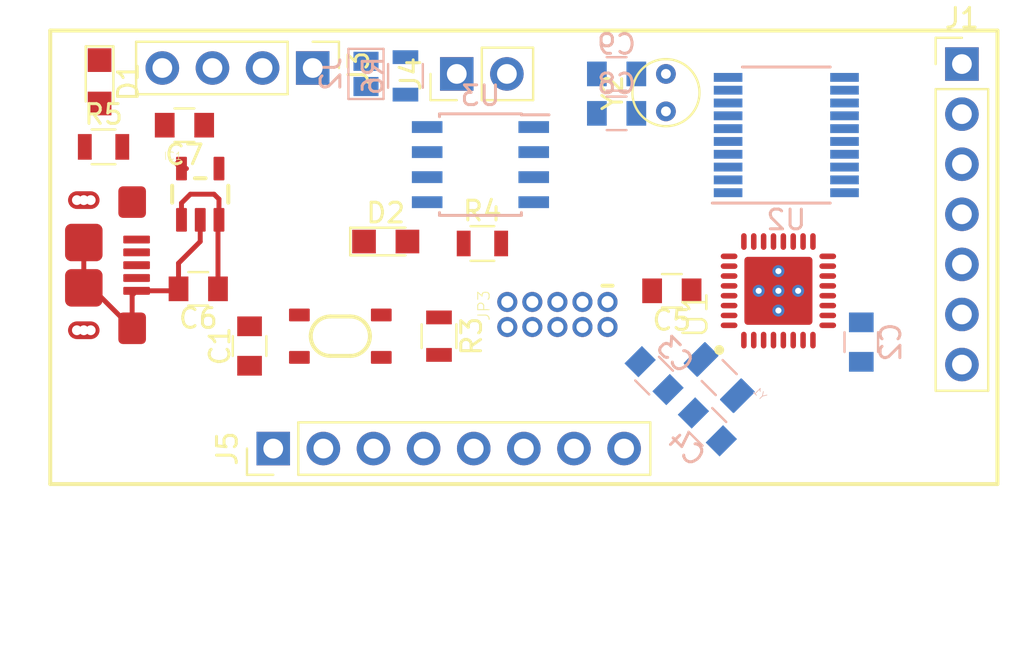
<source format=kicad_pcb>
(kicad_pcb (version 20171130) (host pcbnew "(5.0.0)")

  (general
    (thickness 1.6)
    (drawings 4)
    (tracks 22)
    (zones 0)
    (modules 29)
    (nets 41)
  )

  (page A4)
  (layers
    (0 F.Cu signal)
    (31 B.Cu signal)
    (32 B.Adhes user)
    (33 F.Adhes user)
    (34 B.Paste user)
    (35 F.Paste user)
    (36 B.SilkS user)
    (37 F.SilkS user)
    (38 B.Mask user)
    (39 F.Mask user)
    (40 Dwgs.User user)
    (41 Cmts.User user)
    (42 Eco1.User user)
    (43 Eco2.User user)
    (44 Edge.Cuts user)
    (45 Margin user)
    (46 B.CrtYd user)
    (47 F.CrtYd user)
    (48 B.Fab user)
    (49 F.Fab user)
  )

  (setup
    (last_trace_width 0.25)
    (trace_clearance 0.2)
    (zone_clearance 0.508)
    (zone_45_only no)
    (trace_min 0.2)
    (segment_width 0.2)
    (edge_width 0.1)
    (via_size 0.8)
    (via_drill 0.4)
    (via_min_size 0.4)
    (via_min_drill 0.3)
    (uvia_size 0.3)
    (uvia_drill 0.1)
    (uvias_allowed no)
    (uvia_min_size 0.2)
    (uvia_min_drill 0.1)
    (pcb_text_width 0.3)
    (pcb_text_size 1.5 1.5)
    (mod_edge_width 0.15)
    (mod_text_size 1 1)
    (mod_text_width 0.15)
    (pad_size 1.5 1.5)
    (pad_drill 0.6)
    (pad_to_mask_clearance 0)
    (aux_axis_origin 0 0)
    (visible_elements 7FFFFFFF)
    (pcbplotparams
      (layerselection 0x010fc_ffffffff)
      (usegerberextensions false)
      (usegerberattributes false)
      (usegerberadvancedattributes false)
      (creategerberjobfile false)
      (excludeedgelayer true)
      (linewidth 0.100000)
      (plotframeref false)
      (viasonmask false)
      (mode 1)
      (useauxorigin false)
      (hpglpennumber 1)
      (hpglpenspeed 20)
      (hpglpendiameter 15.000000)
      (psnegative false)
      (psa4output false)
      (plotreference true)
      (plotvalue true)
      (plotinvisibletext false)
      (padsonsilk false)
      (subtractmaskfromsilk false)
      (outputformat 1)
      (mirror false)
      (drillshape 1)
      (scaleselection 1)
      (outputdirectory ""))
  )

  (net 0 "")
  (net 1 GND)
  (net 2 3.3V)
  (net 3 "Net-(C3-Pad2)")
  (net 4 "Net-(C4-Pad2)")
  (net 5 "Net-(C5-Pad1)")
  (net 6 VIN)
  (net 7 "Net-(C8-Pad1)")
  (net 8 "Net-(J2-Pad1)")
  (net 9 /Tau-037_1/PA31_SWDIO)
  (net 10 /Tau-037_1/PA30_SWCLK)
  (net 11 /Tau-037_1/RESET)
  (net 12 /Tau-037_1/TARGET_RESET_EDBG)
  (net 13 /Tau-037_1/PA27_TX_LED)
  (net 14 TARGET_USB_N)
  (net 15 TARGET_USB_P)
  (net 16 /Tau-037_1/PA03_AIN1)
  (net 17 /Tau-037_1/MISO-DISP)
  (net 18 /Tau-037_1/SS-DISP)
  (net 19 /Tau-037_1/SCK-DISP)
  (net 20 /Tau-037_1/MOSI-DISP)
  (net 21 /Tau-037_1/PA22_RX0)
  (net 22 /Tau-037_1/PA23_TX0)
  (net 23 "Net-(U2-Pad1)")
  (net 24 "Net-(U2-Pad2)")
  (net 25 CAN1H)
  (net 26 CAN1L)
  (net 27 MISO)
  (net 28 SS)
  (net 29 SCK)
  (net 30 MOSI)
  (net 31 "Net-(C9-Pad1)")
  (net 32 /Tau-037_1/PA02_AIN0)
  (net 33 /Tau-037_1/PA04_GPIO1)
  (net 34 /Tau-037_1/PA05_GPIO2)
  (net 35 /Tau-037_1/PA06_GPIO3)
  (net 36 /Tau-037_1/PA07_GPIO4)
  (net 37 /Tau-037_1/PA14_TCC0-W4)
  (net 38 /Tau-037_1/PA15_TCC0-W5)
  (net 39 "Net-(D1-Pad2)")
  (net 40 "Net-(D2-Pad2)")

  (net_class Default "This is the default net class."
    (clearance 0.2)
    (trace_width 0.25)
    (via_dia 0.8)
    (via_drill 0.4)
    (uvia_dia 0.3)
    (uvia_drill 0.1)
    (add_net /Tau-037_1/MISO-DISP)
    (add_net /Tau-037_1/MOSI-DISP)
    (add_net /Tau-037_1/PA02_AIN0)
    (add_net /Tau-037_1/PA03_AIN1)
    (add_net /Tau-037_1/PA04_GPIO1)
    (add_net /Tau-037_1/PA05_GPIO2)
    (add_net /Tau-037_1/PA06_GPIO3)
    (add_net /Tau-037_1/PA07_GPIO4)
    (add_net /Tau-037_1/PA14_TCC0-W4)
    (add_net /Tau-037_1/PA15_TCC0-W5)
    (add_net /Tau-037_1/PA22_RX0)
    (add_net /Tau-037_1/PA23_TX0)
    (add_net /Tau-037_1/PA27_TX_LED)
    (add_net /Tau-037_1/PA30_SWCLK)
    (add_net /Tau-037_1/PA31_SWDIO)
    (add_net /Tau-037_1/RESET)
    (add_net /Tau-037_1/SCK-DISP)
    (add_net /Tau-037_1/SS-DISP)
    (add_net /Tau-037_1/TARGET_RESET_EDBG)
    (add_net 3.3V)
    (add_net CAN1H)
    (add_net CAN1L)
    (add_net GND)
    (add_net MISO)
    (add_net MOSI)
    (add_net "Net-(C3-Pad2)")
    (add_net "Net-(C4-Pad2)")
    (add_net "Net-(C5-Pad1)")
    (add_net "Net-(C8-Pad1)")
    (add_net "Net-(C9-Pad1)")
    (add_net "Net-(D1-Pad2)")
    (add_net "Net-(D2-Pad2)")
    (add_net "Net-(J2-Pad1)")
    (add_net "Net-(U2-Pad1)")
    (add_net "Net-(U2-Pad2)")
    (add_net SCK)
    (add_net SS)
    (add_net TARGET_USB_N)
    (add_net TARGET_USB_P)
    (add_net VIN)
  )

  (module Pin_Headers:Pin_Header_Straight_1x04_Pitch2.54mm (layer F.Cu) (tedit 59650532) (tstamp 5C11A608)
    (at 113.3 71.9 270)
    (descr "Through hole straight pin header, 1x04, 2.54mm pitch, single row")
    (tags "Through hole pin header THT 1x04 2.54mm single row")
    (path /5C119382/5C184FF3)
    (fp_text reference J3 (at 0 -2.33 270) (layer F.SilkS)
      (effects (font (size 1 1) (thickness 0.15)))
    )
    (fp_text value ECU (at 0 9.95 270) (layer F.Fab)
      (effects (font (size 1 1) (thickness 0.15)))
    )
    (fp_line (start -0.635 -1.27) (end 1.27 -1.27) (layer F.Fab) (width 0.1))
    (fp_line (start 1.27 -1.27) (end 1.27 8.89) (layer F.Fab) (width 0.1))
    (fp_line (start 1.27 8.89) (end -1.27 8.89) (layer F.Fab) (width 0.1))
    (fp_line (start -1.27 8.89) (end -1.27 -0.635) (layer F.Fab) (width 0.1))
    (fp_line (start -1.27 -0.635) (end -0.635 -1.27) (layer F.Fab) (width 0.1))
    (fp_line (start -1.33 8.95) (end 1.33 8.95) (layer F.SilkS) (width 0.12))
    (fp_line (start -1.33 1.27) (end -1.33 8.95) (layer F.SilkS) (width 0.12))
    (fp_line (start 1.33 1.27) (end 1.33 8.95) (layer F.SilkS) (width 0.12))
    (fp_line (start -1.33 1.27) (end 1.33 1.27) (layer F.SilkS) (width 0.12))
    (fp_line (start -1.33 0) (end -1.33 -1.33) (layer F.SilkS) (width 0.12))
    (fp_line (start -1.33 -1.33) (end 0 -1.33) (layer F.SilkS) (width 0.12))
    (fp_line (start -1.8 -1.8) (end -1.8 9.4) (layer F.CrtYd) (width 0.05))
    (fp_line (start -1.8 9.4) (end 1.8 9.4) (layer F.CrtYd) (width 0.05))
    (fp_line (start 1.8 9.4) (end 1.8 -1.8) (layer F.CrtYd) (width 0.05))
    (fp_line (start 1.8 -1.8) (end -1.8 -1.8) (layer F.CrtYd) (width 0.05))
    (fp_text user %R (at 0 3.81) (layer F.Fab)
      (effects (font (size 1 1) (thickness 0.15)))
    )
    (pad 1 thru_hole rect (at 0 0 270) (size 1.7 1.7) (drill 1) (layers *.Cu *.Mask)
      (net 21 /Tau-037_1/PA22_RX0))
    (pad 2 thru_hole oval (at 0 2.54 270) (size 1.7 1.7) (drill 1) (layers *.Cu *.Mask)
      (net 22 /Tau-037_1/PA23_TX0))
    (pad 3 thru_hole oval (at 0 5.08 270) (size 1.7 1.7) (drill 1) (layers *.Cu *.Mask)
      (net 6 VIN))
    (pad 4 thru_hole oval (at 0 7.62 270) (size 1.7 1.7) (drill 1) (layers *.Cu *.Mask)
      (net 1 GND))
    (model ${KISYS3DMOD}/Pin_Headers.3dshapes/Pin_Header_Straight_1x04_Pitch2.54mm.wrl
      (at (xyz 0 0 0))
      (scale (xyz 1 1 1))
      (rotate (xyz 0 0 0))
    )
  )

  (module Pin_Headers:Pin_Header_Straight_1x07_Pitch2.54mm (layer F.Cu) (tedit 59650532) (tstamp 5C1B4946)
    (at 146.2 71.7)
    (descr "Through hole straight pin header, 1x07, 2.54mm pitch, single row")
    (tags "Through hole pin header THT 1x07 2.54mm single row")
    (path /5C119382/5C11E0A8)
    (fp_text reference J1 (at 0 -2.33) (layer F.SilkS)
      (effects (font (size 1 1) (thickness 0.15)))
    )
    (fp_text value "spi disp" (at 0 17.57) (layer F.Fab)
      (effects (font (size 1 1) (thickness 0.15)))
    )
    (fp_text user %R (at 0 7.62 90) (layer F.Fab)
      (effects (font (size 1 1) (thickness 0.15)))
    )
    (fp_line (start 1.8 -1.8) (end -1.8 -1.8) (layer F.CrtYd) (width 0.05))
    (fp_line (start 1.8 17.05) (end 1.8 -1.8) (layer F.CrtYd) (width 0.05))
    (fp_line (start -1.8 17.05) (end 1.8 17.05) (layer F.CrtYd) (width 0.05))
    (fp_line (start -1.8 -1.8) (end -1.8 17.05) (layer F.CrtYd) (width 0.05))
    (fp_line (start -1.33 -1.33) (end 0 -1.33) (layer F.SilkS) (width 0.12))
    (fp_line (start -1.33 0) (end -1.33 -1.33) (layer F.SilkS) (width 0.12))
    (fp_line (start -1.33 1.27) (end 1.33 1.27) (layer F.SilkS) (width 0.12))
    (fp_line (start 1.33 1.27) (end 1.33 16.57) (layer F.SilkS) (width 0.12))
    (fp_line (start -1.33 1.27) (end -1.33 16.57) (layer F.SilkS) (width 0.12))
    (fp_line (start -1.33 16.57) (end 1.33 16.57) (layer F.SilkS) (width 0.12))
    (fp_line (start -1.27 -0.635) (end -0.635 -1.27) (layer F.Fab) (width 0.1))
    (fp_line (start -1.27 16.51) (end -1.27 -0.635) (layer F.Fab) (width 0.1))
    (fp_line (start 1.27 16.51) (end -1.27 16.51) (layer F.Fab) (width 0.1))
    (fp_line (start 1.27 -1.27) (end 1.27 16.51) (layer F.Fab) (width 0.1))
    (fp_line (start -0.635 -1.27) (end 1.27 -1.27) (layer F.Fab) (width 0.1))
    (pad 7 thru_hole oval (at 0 15.24) (size 1.7 1.7) (drill 1) (layers *.Cu *.Mask)
      (net 2 3.3V))
    (pad 6 thru_hole oval (at 0 12.7) (size 1.7 1.7) (drill 1) (layers *.Cu *.Mask)
      (net 1 GND))
    (pad 5 thru_hole oval (at 0 10.16) (size 1.7 1.7) (drill 1) (layers *.Cu *.Mask))
    (pad 4 thru_hole oval (at 0 7.62) (size 1.7 1.7) (drill 1) (layers *.Cu *.Mask)
      (net 20 /Tau-037_1/MOSI-DISP))
    (pad 3 thru_hole oval (at 0 5.08) (size 1.7 1.7) (drill 1) (layers *.Cu *.Mask)
      (net 19 /Tau-037_1/SCK-DISP))
    (pad 2 thru_hole oval (at 0 2.54) (size 1.7 1.7) (drill 1) (layers *.Cu *.Mask)
      (net 18 /Tau-037_1/SS-DISP))
    (pad 1 thru_hole rect (at 0 0) (size 1.7 1.7) (drill 1) (layers *.Cu *.Mask)
      (net 17 /Tau-037_1/MISO-DISP))
    (model ${KISYS3DMOD}/Pin_Headers.3dshapes/Pin_Header_Straight_1x07_Pitch2.54mm.wrl
      (at (xyz 0 0 0))
      (scale (xyz 1 1 1))
      (rotate (xyz 0 0 0))
    )
  )

  (module Capacitors_SMD:C_0805 (layer F.Cu) (tedit 58AA8463) (tstamp 5C1B4835)
    (at 110.1 86 90)
    (descr "Capacitor SMD 0805, reflow soldering, AVX (see smccp.pdf)")
    (tags "capacitor 0805")
    (path /5C119382/A60240AA)
    (attr smd)
    (fp_text reference C1 (at 0 -1.5 90) (layer F.SilkS)
      (effects (font (size 1 1) (thickness 0.15)))
    )
    (fp_text value 100nF (at 0 1.75 90) (layer F.Fab)
      (effects (font (size 1 1) (thickness 0.15)))
    )
    (fp_line (start 1.75 0.87) (end -1.75 0.87) (layer F.CrtYd) (width 0.05))
    (fp_line (start 1.75 0.87) (end 1.75 -0.88) (layer F.CrtYd) (width 0.05))
    (fp_line (start -1.75 -0.88) (end -1.75 0.87) (layer F.CrtYd) (width 0.05))
    (fp_line (start -1.75 -0.88) (end 1.75 -0.88) (layer F.CrtYd) (width 0.05))
    (fp_line (start -0.5 0.85) (end 0.5 0.85) (layer F.SilkS) (width 0.12))
    (fp_line (start 0.5 -0.85) (end -0.5 -0.85) (layer F.SilkS) (width 0.12))
    (fp_line (start -1 -0.62) (end 1 -0.62) (layer F.Fab) (width 0.1))
    (fp_line (start 1 -0.62) (end 1 0.62) (layer F.Fab) (width 0.1))
    (fp_line (start 1 0.62) (end -1 0.62) (layer F.Fab) (width 0.1))
    (fp_line (start -1 0.62) (end -1 -0.62) (layer F.Fab) (width 0.1))
    (fp_text user %R (at 0 -1.5 90) (layer F.Fab)
      (effects (font (size 1 1) (thickness 0.15)))
    )
    (pad 2 smd rect (at 1 0 90) (size 1 1.25) (layers F.Cu F.Paste F.Mask)
      (net 1 GND))
    (pad 1 smd rect (at -1 0 90) (size 1 1.25) (layers F.Cu F.Paste F.Mask)
      (net 16 /Tau-037_1/PA03_AIN1))
    (model Capacitors_SMD.3dshapes/C_0805.wrl
      (at (xyz 0 0 0))
      (scale (xyz 1 1 1))
      (rotate (xyz 0 0 0))
    )
  )

  (module Capacitors_SMD:C_0805 (layer B.Cu) (tedit 58AA8463) (tstamp 5C1B4846)
    (at 141.1 85.8 90)
    (descr "Capacitor SMD 0805, reflow soldering, AVX (see smccp.pdf)")
    (tags "capacitor 0805")
    (path /5C119382/8E04CE4C)
    (attr smd)
    (fp_text reference C2 (at 0 1.5 90) (layer B.SilkS)
      (effects (font (size 1 1) (thickness 0.15)) (justify mirror))
    )
    (fp_text value 100nF (at 0 -1.75 90) (layer B.Fab)
      (effects (font (size 1 1) (thickness 0.15)) (justify mirror))
    )
    (fp_line (start 1.75 -0.87) (end -1.75 -0.87) (layer B.CrtYd) (width 0.05))
    (fp_line (start 1.75 -0.87) (end 1.75 0.88) (layer B.CrtYd) (width 0.05))
    (fp_line (start -1.75 0.88) (end -1.75 -0.87) (layer B.CrtYd) (width 0.05))
    (fp_line (start -1.75 0.88) (end 1.75 0.88) (layer B.CrtYd) (width 0.05))
    (fp_line (start -0.5 -0.85) (end 0.5 -0.85) (layer B.SilkS) (width 0.12))
    (fp_line (start 0.5 0.85) (end -0.5 0.85) (layer B.SilkS) (width 0.12))
    (fp_line (start -1 0.62) (end 1 0.62) (layer B.Fab) (width 0.1))
    (fp_line (start 1 0.62) (end 1 -0.62) (layer B.Fab) (width 0.1))
    (fp_line (start 1 -0.62) (end -1 -0.62) (layer B.Fab) (width 0.1))
    (fp_line (start -1 -0.62) (end -1 0.62) (layer B.Fab) (width 0.1))
    (fp_text user %R (at 0 1.5 90) (layer B.Fab)
      (effects (font (size 1 1) (thickness 0.15)) (justify mirror))
    )
    (pad 2 smd rect (at 1 0 90) (size 1 1.25) (layers B.Cu B.Paste B.Mask)
      (net 1 GND))
    (pad 1 smd rect (at -1 0 90) (size 1 1.25) (layers B.Cu B.Paste B.Mask)
      (net 2 3.3V))
    (model Capacitors_SMD.3dshapes/C_0805.wrl
      (at (xyz 0 0 0))
      (scale (xyz 1 1 1))
      (rotate (xyz 0 0 0))
    )
  )

  (module Capacitors_SMD:C_0805 (layer B.Cu) (tedit 58AA8463) (tstamp 5C1B4857)
    (at 130.6 87.5 135)
    (descr "Capacitor SMD 0805, reflow soldering, AVX (see smccp.pdf)")
    (tags "capacitor 0805")
    (path /5C119382/13E69450)
    (attr smd)
    (fp_text reference C3 (at 0 1.5 135) (layer B.SilkS)
      (effects (font (size 1 1) (thickness 0.15)) (justify mirror))
    )
    (fp_text value 22pF (at 0 -1.75 135) (layer B.Fab)
      (effects (font (size 1 1) (thickness 0.15)) (justify mirror))
    )
    (fp_line (start 1.75 -0.87) (end -1.75 -0.87) (layer B.CrtYd) (width 0.05))
    (fp_line (start 1.75 -0.87) (end 1.75 0.88) (layer B.CrtYd) (width 0.05))
    (fp_line (start -1.75 0.88) (end -1.75 -0.87) (layer B.CrtYd) (width 0.05))
    (fp_line (start -1.75 0.88) (end 1.75 0.88) (layer B.CrtYd) (width 0.05))
    (fp_line (start -0.5 -0.85) (end 0.5 -0.85) (layer B.SilkS) (width 0.12))
    (fp_line (start 0.5 0.85) (end -0.5 0.85) (layer B.SilkS) (width 0.12))
    (fp_line (start -1 0.62) (end 1 0.62) (layer B.Fab) (width 0.1))
    (fp_line (start 1 0.62) (end 1 -0.62) (layer B.Fab) (width 0.1))
    (fp_line (start 1 -0.62) (end -1 -0.62) (layer B.Fab) (width 0.1))
    (fp_line (start -1 -0.62) (end -1 0.62) (layer B.Fab) (width 0.1))
    (fp_text user %R (at 0 1.5 135) (layer B.Fab)
      (effects (font (size 1 1) (thickness 0.15)) (justify mirror))
    )
    (pad 2 smd rect (at 1 0 135) (size 1 1.25) (layers B.Cu B.Paste B.Mask)
      (net 3 "Net-(C3-Pad2)"))
    (pad 1 smd rect (at -1 0 135) (size 1 1.25) (layers B.Cu B.Paste B.Mask)
      (net 1 GND))
    (model Capacitors_SMD.3dshapes/C_0805.wrl
      (at (xyz 0 0 0))
      (scale (xyz 1 1 1))
      (rotate (xyz 0 0 0))
    )
  )

  (module Capacitors_SMD:C_0805 (layer B.Cu) (tedit 58AA8463) (tstamp 5C1B4868)
    (at 133.3 90.1 315)
    (descr "Capacitor SMD 0805, reflow soldering, AVX (see smccp.pdf)")
    (tags "capacitor 0805")
    (path /5C119382/755CCCC7)
    (attr smd)
    (fp_text reference C4 (at 0 1.5 315) (layer B.SilkS)
      (effects (font (size 1 1) (thickness 0.15)) (justify mirror))
    )
    (fp_text value 22pF (at 0 -1.75 315) (layer B.Fab)
      (effects (font (size 1 1) (thickness 0.15)) (justify mirror))
    )
    (fp_line (start 1.75 -0.87) (end -1.75 -0.87) (layer B.CrtYd) (width 0.05))
    (fp_line (start 1.75 -0.87) (end 1.75 0.88) (layer B.CrtYd) (width 0.05))
    (fp_line (start -1.75 0.88) (end -1.75 -0.87) (layer B.CrtYd) (width 0.05))
    (fp_line (start -1.75 0.88) (end 1.75 0.88) (layer B.CrtYd) (width 0.05))
    (fp_line (start -0.5 -0.85) (end 0.5 -0.85) (layer B.SilkS) (width 0.12))
    (fp_line (start 0.5 0.85) (end -0.5 0.85) (layer B.SilkS) (width 0.12))
    (fp_line (start -1 0.62) (end 1 0.62) (layer B.Fab) (width 0.1))
    (fp_line (start 1 0.62) (end 1 -0.62) (layer B.Fab) (width 0.1))
    (fp_line (start 1 -0.62) (end -1 -0.62) (layer B.Fab) (width 0.1))
    (fp_line (start -1 -0.62) (end -1 0.62) (layer B.Fab) (width 0.1))
    (fp_text user %R (at 0 1.5 315) (layer B.Fab)
      (effects (font (size 1 1) (thickness 0.15)) (justify mirror))
    )
    (pad 2 smd rect (at 1 0 315) (size 1 1.25) (layers B.Cu B.Paste B.Mask)
      (net 4 "Net-(C4-Pad2)"))
    (pad 1 smd rect (at -1 0 315) (size 1 1.25) (layers B.Cu B.Paste B.Mask)
      (net 1 GND))
    (model Capacitors_SMD.3dshapes/C_0805.wrl
      (at (xyz 0 0 0))
      (scale (xyz 1 1 1))
      (rotate (xyz 0 0 0))
    )
  )

  (module Capacitors_SMD:C_0805 (layer F.Cu) (tedit 5C28191C) (tstamp 5C1B4879)
    (at 131.5 83.2 180)
    (descr "Capacitor SMD 0805, reflow soldering, AVX (see smccp.pdf)")
    (tags "capacitor 0805")
    (path /5C119382/303D017B)
    (attr smd)
    (fp_text reference C5 (at 0 -1.5 180) (layer F.SilkS)
      (effects (font (size 1 1) (thickness 0.15)))
    )
    (fp_text value 1uF (at 0 1.75 180) (layer F.Fab)
      (effects (font (size 1 1) (thickness 0.15)))
    )
    (fp_line (start 1.75 0.87) (end -1.75 0.87) (layer F.CrtYd) (width 0.05))
    (fp_line (start 1.75 0.87) (end 1.75 -0.88) (layer F.CrtYd) (width 0.05))
    (fp_line (start -1.75 -0.88) (end -1.75 0.87) (layer F.CrtYd) (width 0.05))
    (fp_line (start -1.75 -0.88) (end 1.75 -0.88) (layer F.CrtYd) (width 0.05))
    (fp_line (start -0.5 0.85) (end 0.5 0.85) (layer F.SilkS) (width 0.12))
    (fp_line (start 0.5 -0.85) (end -0.5 -0.85) (layer F.SilkS) (width 0.12))
    (fp_line (start -1 -0.62) (end 1 -0.62) (layer F.Fab) (width 0.1))
    (fp_line (start 1 -0.62) (end 1 0.62) (layer F.Fab) (width 0.1))
    (fp_line (start 1 0.62) (end -1 0.62) (layer F.Fab) (width 0.1))
    (fp_line (start -1 0.62) (end -1 -0.62) (layer F.Fab) (width 0.1))
    (fp_text user %R (at 0 -1.5 180) (layer F.Fab)
      (effects (font (size 1 1) (thickness 0.15)))
    )
    (pad 2 smd rect (at 1 0 180) (size 1 1.25) (layers F.Cu F.Paste F.Mask)
      (net 1 GND))
    (pad 1 smd rect (at -1 0 180) (size 1 1.25) (layers F.Cu F.Paste F.Mask)
      (net 5 "Net-(C5-Pad1)"))
    (model Capacitors_SMD.3dshapes/C_0805.wrl
      (at (xyz 0 0 0))
      (scale (xyz 1 1 1))
      (rotate (xyz 0 0 0))
    )
  )

  (module Capacitors_SMD:C_0805 (layer F.Cu) (tedit 58AA8463) (tstamp 5C1B488A)
    (at 107.5 83.1 180)
    (descr "Capacitor SMD 0805, reflow soldering, AVX (see smccp.pdf)")
    (tags "capacitor 0805")
    (path /5C1195BD/9153FA9E)
    (attr smd)
    (fp_text reference C6 (at 0 -1.5 180) (layer F.SilkS)
      (effects (font (size 1 1) (thickness 0.15)))
    )
    (fp_text value 1uF (at 0 1.75 180) (layer F.Fab)
      (effects (font (size 1 1) (thickness 0.15)))
    )
    (fp_line (start 1.75 0.87) (end -1.75 0.87) (layer F.CrtYd) (width 0.05))
    (fp_line (start 1.75 0.87) (end 1.75 -0.88) (layer F.CrtYd) (width 0.05))
    (fp_line (start -1.75 -0.88) (end -1.75 0.87) (layer F.CrtYd) (width 0.05))
    (fp_line (start -1.75 -0.88) (end 1.75 -0.88) (layer F.CrtYd) (width 0.05))
    (fp_line (start -0.5 0.85) (end 0.5 0.85) (layer F.SilkS) (width 0.12))
    (fp_line (start 0.5 -0.85) (end -0.5 -0.85) (layer F.SilkS) (width 0.12))
    (fp_line (start -1 -0.62) (end 1 -0.62) (layer F.Fab) (width 0.1))
    (fp_line (start 1 -0.62) (end 1 0.62) (layer F.Fab) (width 0.1))
    (fp_line (start 1 0.62) (end -1 0.62) (layer F.Fab) (width 0.1))
    (fp_line (start -1 0.62) (end -1 -0.62) (layer F.Fab) (width 0.1))
    (fp_text user %R (at 0 -1.5 180) (layer F.Fab)
      (effects (font (size 1 1) (thickness 0.15)))
    )
    (pad 2 smd rect (at 1 0 180) (size 1 1.25) (layers F.Cu F.Paste F.Mask)
      (net 1 GND))
    (pad 1 smd rect (at -1 0 180) (size 1 1.25) (layers F.Cu F.Paste F.Mask)
      (net 6 VIN))
    (model Capacitors_SMD.3dshapes/C_0805.wrl
      (at (xyz 0 0 0))
      (scale (xyz 1 1 1))
      (rotate (xyz 0 0 0))
    )
  )

  (module Capacitors_SMD:C_0805 (layer F.Cu) (tedit 58AA8463) (tstamp 5C1B489B)
    (at 106.8 74.8 180)
    (descr "Capacitor SMD 0805, reflow soldering, AVX (see smccp.pdf)")
    (tags "capacitor 0805")
    (path /5C1195BD/0A51D459)
    (attr smd)
    (fp_text reference C7 (at 0 -1.5 180) (layer F.SilkS)
      (effects (font (size 1 1) (thickness 0.15)))
    )
    (fp_text value 1uF (at 0 1.75 180) (layer F.Fab)
      (effects (font (size 1 1) (thickness 0.15)))
    )
    (fp_line (start 1.75 0.87) (end -1.75 0.87) (layer F.CrtYd) (width 0.05))
    (fp_line (start 1.75 0.87) (end 1.75 -0.88) (layer F.CrtYd) (width 0.05))
    (fp_line (start -1.75 -0.88) (end -1.75 0.87) (layer F.CrtYd) (width 0.05))
    (fp_line (start -1.75 -0.88) (end 1.75 -0.88) (layer F.CrtYd) (width 0.05))
    (fp_line (start -0.5 0.85) (end 0.5 0.85) (layer F.SilkS) (width 0.12))
    (fp_line (start 0.5 -0.85) (end -0.5 -0.85) (layer F.SilkS) (width 0.12))
    (fp_line (start -1 -0.62) (end 1 -0.62) (layer F.Fab) (width 0.1))
    (fp_line (start 1 -0.62) (end 1 0.62) (layer F.Fab) (width 0.1))
    (fp_line (start 1 0.62) (end -1 0.62) (layer F.Fab) (width 0.1))
    (fp_line (start -1 0.62) (end -1 -0.62) (layer F.Fab) (width 0.1))
    (fp_text user %R (at 0 -1.5 180) (layer F.Fab)
      (effects (font (size 1 1) (thickness 0.15)))
    )
    (pad 2 smd rect (at 1 0 180) (size 1 1.25) (layers F.Cu F.Paste F.Mask)
      (net 1 GND))
    (pad 1 smd rect (at -1 0 180) (size 1 1.25) (layers F.Cu F.Paste F.Mask)
      (net 2 3.3V))
    (model Capacitors_SMD.3dshapes/C_0805.wrl
      (at (xyz 0 0 0))
      (scale (xyz 1 1 1))
      (rotate (xyz 0 0 0))
    )
  )

  (module Capacitors_SMD:C_0805 (layer B.Cu) (tedit 58AA8463) (tstamp 5C1B48AC)
    (at 128.7 74.2 180)
    (descr "Capacitor SMD 0805, reflow soldering, AVX (see smccp.pdf)")
    (tags "capacitor 0805")
    (path /5C11E1E6/5A60C597)
    (attr smd)
    (fp_text reference C8 (at 0 1.5 180) (layer B.SilkS)
      (effects (font (size 1 1) (thickness 0.15)) (justify mirror))
    )
    (fp_text value 18pf (at 0 -1.75 180) (layer B.Fab)
      (effects (font (size 1 1) (thickness 0.15)) (justify mirror))
    )
    (fp_line (start 1.75 -0.87) (end -1.75 -0.87) (layer B.CrtYd) (width 0.05))
    (fp_line (start 1.75 -0.87) (end 1.75 0.88) (layer B.CrtYd) (width 0.05))
    (fp_line (start -1.75 0.88) (end -1.75 -0.87) (layer B.CrtYd) (width 0.05))
    (fp_line (start -1.75 0.88) (end 1.75 0.88) (layer B.CrtYd) (width 0.05))
    (fp_line (start -0.5 -0.85) (end 0.5 -0.85) (layer B.SilkS) (width 0.12))
    (fp_line (start 0.5 0.85) (end -0.5 0.85) (layer B.SilkS) (width 0.12))
    (fp_line (start -1 0.62) (end 1 0.62) (layer B.Fab) (width 0.1))
    (fp_line (start 1 0.62) (end 1 -0.62) (layer B.Fab) (width 0.1))
    (fp_line (start 1 -0.62) (end -1 -0.62) (layer B.Fab) (width 0.1))
    (fp_line (start -1 -0.62) (end -1 0.62) (layer B.Fab) (width 0.1))
    (fp_text user %R (at 0 1.5 180) (layer B.Fab)
      (effects (font (size 1 1) (thickness 0.15)) (justify mirror))
    )
    (pad 2 smd rect (at 1 0 180) (size 1 1.25) (layers B.Cu B.Paste B.Mask)
      (net 1 GND))
    (pad 1 smd rect (at -1 0 180) (size 1 1.25) (layers B.Cu B.Paste B.Mask)
      (net 7 "Net-(C8-Pad1)"))
    (model Capacitors_SMD.3dshapes/C_0805.wrl
      (at (xyz 0 0 0))
      (scale (xyz 1 1 1))
      (rotate (xyz 0 0 0))
    )
  )

  (module Capacitors_SMD:C_0805 (layer B.Cu) (tedit 58AA8463) (tstamp 5C1B48BD)
    (at 128.7 72.2 180)
    (descr "Capacitor SMD 0805, reflow soldering, AVX (see smccp.pdf)")
    (tags "capacitor 0805")
    (path /5C11E1E6/5A60C658)
    (attr smd)
    (fp_text reference C9 (at 0 1.5 180) (layer B.SilkS)
      (effects (font (size 1 1) (thickness 0.15)) (justify mirror))
    )
    (fp_text value 18pf (at 0 -1.75 180) (layer B.Fab)
      (effects (font (size 1 1) (thickness 0.15)) (justify mirror))
    )
    (fp_line (start 1.75 -0.87) (end -1.75 -0.87) (layer B.CrtYd) (width 0.05))
    (fp_line (start 1.75 -0.87) (end 1.75 0.88) (layer B.CrtYd) (width 0.05))
    (fp_line (start -1.75 0.88) (end -1.75 -0.87) (layer B.CrtYd) (width 0.05))
    (fp_line (start -1.75 0.88) (end 1.75 0.88) (layer B.CrtYd) (width 0.05))
    (fp_line (start -0.5 -0.85) (end 0.5 -0.85) (layer B.SilkS) (width 0.12))
    (fp_line (start 0.5 0.85) (end -0.5 0.85) (layer B.SilkS) (width 0.12))
    (fp_line (start -1 0.62) (end 1 0.62) (layer B.Fab) (width 0.1))
    (fp_line (start 1 0.62) (end 1 -0.62) (layer B.Fab) (width 0.1))
    (fp_line (start 1 -0.62) (end -1 -0.62) (layer B.Fab) (width 0.1))
    (fp_line (start -1 -0.62) (end -1 0.62) (layer B.Fab) (width 0.1))
    (fp_text user %R (at 0 1.5 180) (layer B.Fab)
      (effects (font (size 1 1) (thickness 0.15)) (justify mirror))
    )
    (pad 2 smd rect (at 1 0 180) (size 1 1.25) (layers B.Cu B.Paste B.Mask)
      (net 1 GND))
    (pad 1 smd rect (at -1 0 180) (size 1 1.25) (layers B.Cu B.Paste B.Mask)
      (net 31 "Net-(C9-Pad1)"))
    (model Capacitors_SMD.3dshapes/C_0805.wrl
      (at (xyz 0 0 0))
      (scale (xyz 1 1 1))
      (rotate (xyz 0 0 0))
    )
  )

  (module Tau-037:SOT23-5 (layer F.Cu) (tedit 0) (tstamp 5C1B48D2)
    (at 107.6 78.3)
    (descr "<b>Small Outline Transistor</b>")
    (path /5C1195BD/009F0DE6)
    (fp_text reference IC1 (at -0.889 -2.159) (layer F.SilkS)
      (effects (font (size 0.38608 0.38608) (thickness 0.032512)) (justify right top))
    )
    (fp_text value MF-REG-SOT235-3.3V-300mA (at -0.9525 0.1905) (layer F.Fab)
      (effects (font (size 0.38608 0.38608) (thickness 0.032512)) (justify right top))
    )
    (fp_poly (pts (xy -1.2 -0.85) (xy -0.7 -0.85) (xy -0.7 -1.5) (xy -1.2 -1.5)) (layer F.Fab) (width 0))
    (fp_poly (pts (xy 0.7 -0.85) (xy 1.2 -0.85) (xy 1.2 -1.5) (xy 0.7 -1.5)) (layer F.Fab) (width 0))
    (fp_poly (pts (xy 0.7 1.5) (xy 1.2 1.5) (xy 1.2 0.85) (xy 0.7 0.85)) (layer F.Fab) (width 0))
    (fp_poly (pts (xy -0.25 1.5) (xy 0.25 1.5) (xy 0.25 0.85) (xy -0.25 0.85)) (layer F.Fab) (width 0))
    (fp_poly (pts (xy -1.2 1.5) (xy -0.7 1.5) (xy -0.7 0.85) (xy -1.2 0.85)) (layer F.Fab) (width 0))
    (fp_line (start -1.4 -0.8) (end -1.4 0.8) (layer F.Fab) (width 0.1524))
    (fp_line (start 1.4 -0.8) (end 1.4 0.8) (layer F.Fab) (width 0.1524))
    (fp_line (start -0.2684 -0.8104) (end 0.2684 -0.8104) (layer F.SilkS) (width 0.2032))
    (fp_line (start -1.4 -0.8) (end 1.4 -0.8) (layer F.Fab) (width 0.1524))
    (fp_line (start -1.4224 0.4294) (end -1.4224 -0.4294) (layer F.SilkS) (width 0.2032))
    (fp_line (start 1.4 0.8) (end -1.4 0.8) (layer F.Fab) (width 0.1524))
    (fp_line (start 1.4224 -0.4294) (end 1.4224 0.4294) (layer F.SilkS) (width 0.2032))
    (pad 5 smd roundrect (at -0.95 -1.3001) (size 0.55 1.2) (layers F.Cu F.Paste F.Mask) (roundrect_rratio 0.09236363636363637)
      (net 2 3.3V) (solder_mask_margin 0.0508) (solder_paste_margin -0.0508))
    (pad 4 smd roundrect (at 0.95 -1.3001) (size 0.55 1.2) (layers F.Cu F.Paste F.Mask) (roundrect_rratio 0.09236363636363637)
      (solder_mask_margin 0.0508) (solder_paste_margin -0.0508))
    (pad 3 smd roundrect (at 0.95 1.3001) (size 0.55 1.2) (layers F.Cu F.Paste F.Mask) (roundrect_rratio 0.09236363636363637)
      (net 6 VIN) (solder_mask_margin 0.0508) (solder_paste_margin -0.0508))
    (pad 2 smd roundrect (at 0 1.3001) (size 0.55 1.2) (layers F.Cu F.Paste F.Mask) (roundrect_rratio 0.09236363636363637)
      (net 1 GND) (solder_mask_margin 0.0508) (solder_paste_margin -0.0508))
    (pad 1 smd roundrect (at -0.95 1.3001) (size 0.55 1.2) (layers F.Cu F.Paste F.Mask) (roundrect_rratio 0.09236363636363637)
      (net 6 VIN) (solder_mask_margin 0.0508) (solder_paste_margin -0.0508))
  )

  (module Connectors:GS2 (layer B.Cu) (tedit 586134A1) (tstamp 5C1B4954)
    (at 116 72.2 180)
    (descr "2-pin solder bridge")
    (tags "solder bridge")
    (path /5C11E1E6/5A68ECD3)
    (attr smd)
    (fp_text reference J2 (at 1.78 0 90) (layer B.SilkS)
      (effects (font (size 1 1) (thickness 0.15)) (justify mirror))
    )
    (fp_text value GS2 (at -1.8 0 90) (layer B.Fab)
      (effects (font (size 1 1) (thickness 0.15)) (justify mirror))
    )
    (fp_line (start -0.89 1.27) (end 0.89 1.27) (layer B.SilkS) (width 0.12))
    (fp_line (start 0.89 -1.27) (end -0.89 -1.27) (layer B.SilkS) (width 0.12))
    (fp_line (start 0.89 -1.27) (end 0.89 1.27) (layer B.SilkS) (width 0.12))
    (fp_line (start -0.89 1.27) (end -0.89 -1.27) (layer B.SilkS) (width 0.12))
    (fp_line (start -1.1 1.45) (end 1.1 1.45) (layer B.CrtYd) (width 0.05))
    (fp_line (start -1.1 -1.5) (end -1.1 1.45) (layer B.CrtYd) (width 0.05))
    (fp_line (start 1.1 -1.5) (end -1.1 -1.5) (layer B.CrtYd) (width 0.05))
    (fp_line (start 1.1 1.45) (end 1.1 -1.5) (layer B.CrtYd) (width 0.05))
    (pad 2 smd rect (at 0 -0.64 180) (size 1.27 0.97) (layers B.Cu B.Paste B.Mask)
      (net 25 CAN1H))
    (pad 1 smd rect (at 0 0.64 180) (size 1.27 0.97) (layers B.Cu B.Paste B.Mask)
      (net 8 "Net-(J2-Pad1)"))
  )

  (module Tau-037:CONNETTORI_PINHEAD-2X5-P127 (layer F.Cu) (tedit 0) (tstamp 5C1B499B)
    (at 125.7 84.4 270)
    (path /5C119382/193933AB)
    (fp_text reference JP3 (at -1.27 4.064 270) (layer F.SilkS)
      (effects (font (size 0.57912 0.57912) (thickness 0.048768)) (justify right top))
    )
    (fp_text value CONNETTORI_0171_PH127-205DF055G00A (at -1.27 -3.683 270) (layer F.Fab)
      (effects (font (size 0.57912 0.57912) (thickness 0.048768)) (justify right top))
    )
    (fp_line (start -1.27 3.175) (end -1.27 -3.175) (layer F.Fab) (width 0.127))
    (fp_line (start 1.27 3.175) (end -1.27 3.175) (layer F.Fab) (width 0.127))
    (fp_line (start 1.27 -3.175) (end 1.27 3.175) (layer F.Fab) (width 0.127))
    (fp_line (start -1.27 -3.175) (end 1.27 -3.175) (layer F.Fab) (width 0.127))
    (fp_line (start -1.4605 -2.794) (end -1.4605 -2.286) (layer F.SilkS) (width 0.2))
    (pad 10 thru_hole circle (at 0.635 2.54 270) (size 1.016 1.016) (drill 0.6096) (layers *.Cu *.Mask)
      (net 11 /Tau-037_1/RESET) (solder_mask_margin 0.0508))
    (pad 9 thru_hole circle (at -0.635 2.54 90) (size 1.016 1.016) (drill 0.6096) (layers *.Cu *.Mask)
      (net 1 GND) (solder_mask_margin 0.0508))
    (pad 8 thru_hole circle (at 0.635 1.27 270) (size 1.016 1.016) (drill 0.6096) (layers *.Cu *.Mask)
      (solder_mask_margin 0.0508))
    (pad 7 thru_hole circle (at -0.635 1.27 90) (size 1.016 1.016) (drill 0.6096) (layers *.Cu *.Mask)
      (solder_mask_margin 0.0508))
    (pad 6 thru_hole circle (at 0.635 0 270) (size 1.016 1.016) (drill 0.6096) (layers *.Cu *.Mask)
      (solder_mask_margin 0.0508))
    (pad 5 thru_hole circle (at -0.635 0 90) (size 1.016 1.016) (drill 0.6096) (layers *.Cu *.Mask)
      (net 1 GND) (solder_mask_margin 0.0508))
    (pad 4 thru_hole circle (at 0.635 -1.27 270) (size 1.016 1.016) (drill 0.6096) (layers *.Cu *.Mask)
      (net 10 /Tau-037_1/PA30_SWCLK) (solder_mask_margin 0.0508))
    (pad 3 thru_hole circle (at -0.635 -1.27 90) (size 1.016 1.016) (drill 0.6096) (layers *.Cu *.Mask)
      (net 1 GND) (solder_mask_margin 0.0508))
    (pad 2 thru_hole circle (at 0.635 -2.54 270) (size 1.016 1.016) (drill 0.6096) (layers *.Cu *.Mask)
      (net 9 /Tau-037_1/PA31_SWDIO) (solder_mask_margin 0.0508))
    (pad 1 thru_hole circle (at -0.635 -2.54 90) (size 1.016 1.016) (drill 0.6096) (layers *.Cu *.Mask)
      (net 2 3.3V) (solder_mask_margin 0.0508))
  )

  (module Resistors_SMD:R_0805 (layer F.Cu) (tedit 58E0A804) (tstamp 5C1B49FC)
    (at 119.7 85.5 270)
    (descr "Resistor SMD 0805, reflow soldering, Vishay (see dcrcw.pdf)")
    (tags "resistor 0805")
    (path /5C119382/A0406511)
    (attr smd)
    (fp_text reference R3 (at 0 -1.65 270) (layer F.SilkS)
      (effects (font (size 1 1) (thickness 0.15)))
    )
    (fp_text value 330 (at 0 1.75 270) (layer F.Fab)
      (effects (font (size 1 1) (thickness 0.15)))
    )
    (fp_line (start 1.55 0.9) (end -1.55 0.9) (layer F.CrtYd) (width 0.05))
    (fp_line (start 1.55 0.9) (end 1.55 -0.9) (layer F.CrtYd) (width 0.05))
    (fp_line (start -1.55 -0.9) (end -1.55 0.9) (layer F.CrtYd) (width 0.05))
    (fp_line (start -1.55 -0.9) (end 1.55 -0.9) (layer F.CrtYd) (width 0.05))
    (fp_line (start -0.6 -0.88) (end 0.6 -0.88) (layer F.SilkS) (width 0.12))
    (fp_line (start 0.6 0.88) (end -0.6 0.88) (layer F.SilkS) (width 0.12))
    (fp_line (start -1 -0.62) (end 1 -0.62) (layer F.Fab) (width 0.1))
    (fp_line (start 1 -0.62) (end 1 0.62) (layer F.Fab) (width 0.1))
    (fp_line (start 1 0.62) (end -1 0.62) (layer F.Fab) (width 0.1))
    (fp_line (start -1 0.62) (end -1 -0.62) (layer F.Fab) (width 0.1))
    (fp_text user %R (at 0 0 270) (layer F.Fab)
      (effects (font (size 0.5 0.5) (thickness 0.075)))
    )
    (pad 2 smd rect (at 0.95 0 270) (size 0.7 1.3) (layers F.Cu F.Paste F.Mask)
      (net 11 /Tau-037_1/RESET))
    (pad 1 smd rect (at -0.95 0 270) (size 0.7 1.3) (layers F.Cu F.Paste F.Mask)
      (net 12 /Tau-037_1/TARGET_RESET_EDBG))
    (model ${KISYS3DMOD}/Resistors_SMD.3dshapes/R_0805.wrl
      (at (xyz 0 0 0))
      (scale (xyz 1 1 1))
      (rotate (xyz 0 0 0))
    )
  )

  (module Resistors_SMD:R_0805 (layer F.Cu) (tedit 58E0A804) (tstamp 5C1B4A0D)
    (at 121.9 80.8)
    (descr "Resistor SMD 0805, reflow soldering, Vishay (see dcrcw.pdf)")
    (tags "resistor 0805")
    (path /5C119382/71430D2B)
    (attr smd)
    (fp_text reference R4 (at 0 -1.65) (layer F.SilkS)
      (effects (font (size 1 1) (thickness 0.15)))
    )
    (fp_text value 330 (at 0 1.75) (layer F.Fab)
      (effects (font (size 1 1) (thickness 0.15)))
    )
    (fp_line (start 1.55 0.9) (end -1.55 0.9) (layer F.CrtYd) (width 0.05))
    (fp_line (start 1.55 0.9) (end 1.55 -0.9) (layer F.CrtYd) (width 0.05))
    (fp_line (start -1.55 -0.9) (end -1.55 0.9) (layer F.CrtYd) (width 0.05))
    (fp_line (start -1.55 -0.9) (end 1.55 -0.9) (layer F.CrtYd) (width 0.05))
    (fp_line (start -0.6 -0.88) (end 0.6 -0.88) (layer F.SilkS) (width 0.12))
    (fp_line (start 0.6 0.88) (end -0.6 0.88) (layer F.SilkS) (width 0.12))
    (fp_line (start -1 -0.62) (end 1 -0.62) (layer F.Fab) (width 0.1))
    (fp_line (start 1 -0.62) (end 1 0.62) (layer F.Fab) (width 0.1))
    (fp_line (start 1 0.62) (end -1 0.62) (layer F.Fab) (width 0.1))
    (fp_line (start -1 0.62) (end -1 -0.62) (layer F.Fab) (width 0.1))
    (fp_text user %R (at 0 0) (layer F.Fab)
      (effects (font (size 0.5 0.5) (thickness 0.075)))
    )
    (pad 2 smd rect (at 0.95 0) (size 0.7 1.3) (layers F.Cu F.Paste F.Mask)
      (net 13 /Tau-037_1/PA27_TX_LED))
    (pad 1 smd rect (at -0.95 0) (size 0.7 1.3) (layers F.Cu F.Paste F.Mask)
      (net 39 "Net-(D1-Pad2)"))
    (model ${KISYS3DMOD}/Resistors_SMD.3dshapes/R_0805.wrl
      (at (xyz 0 0 0))
      (scale (xyz 1 1 1))
      (rotate (xyz 0 0 0))
    )
  )

  (module Resistors_SMD:R_0805 (layer F.Cu) (tedit 58E0A804) (tstamp 5C1B4A1E)
    (at 102.7 75.9)
    (descr "Resistor SMD 0805, reflow soldering, Vishay (see dcrcw.pdf)")
    (tags "resistor 0805")
    (path /5C119382/EFC0BE74)
    (attr smd)
    (fp_text reference R5 (at 0 -1.65) (layer F.SilkS)
      (effects (font (size 1 1) (thickness 0.15)))
    )
    (fp_text value 330 (at 0 1.75) (layer F.Fab)
      (effects (font (size 1 1) (thickness 0.15)))
    )
    (fp_line (start 1.55 0.9) (end -1.55 0.9) (layer F.CrtYd) (width 0.05))
    (fp_line (start 1.55 0.9) (end 1.55 -0.9) (layer F.CrtYd) (width 0.05))
    (fp_line (start -1.55 -0.9) (end -1.55 0.9) (layer F.CrtYd) (width 0.05))
    (fp_line (start -1.55 -0.9) (end 1.55 -0.9) (layer F.CrtYd) (width 0.05))
    (fp_line (start -0.6 -0.88) (end 0.6 -0.88) (layer F.SilkS) (width 0.12))
    (fp_line (start 0.6 0.88) (end -0.6 0.88) (layer F.SilkS) (width 0.12))
    (fp_line (start -1 -0.62) (end 1 -0.62) (layer F.Fab) (width 0.1))
    (fp_line (start 1 -0.62) (end 1 0.62) (layer F.Fab) (width 0.1))
    (fp_line (start 1 0.62) (end -1 0.62) (layer F.Fab) (width 0.1))
    (fp_line (start -1 0.62) (end -1 -0.62) (layer F.Fab) (width 0.1))
    (fp_text user %R (at 0 0) (layer F.Fab)
      (effects (font (size 0.5 0.5) (thickness 0.075)))
    )
    (pad 2 smd rect (at 0.95 0) (size 0.7 1.3) (layers F.Cu F.Paste F.Mask)
      (net 2 3.3V))
    (pad 1 smd rect (at -0.95 0) (size 0.7 1.3) (layers F.Cu F.Paste F.Mask)
      (net 40 "Net-(D2-Pad2)"))
    (model ${KISYS3DMOD}/Resistors_SMD.3dshapes/R_0805.wrl
      (at (xyz 0 0 0))
      (scale (xyz 1 1 1))
      (rotate (xyz 0 0 0))
    )
  )

  (module Resistors_SMD:R_0805 (layer B.Cu) (tedit 58E0A804) (tstamp 5C1B4A2F)
    (at 118 72.3 270)
    (descr "Resistor SMD 0805, reflow soldering, Vishay (see dcrcw.pdf)")
    (tags "resistor 0805")
    (path /5C11E1E6/5A68EEA7)
    (attr smd)
    (fp_text reference R6 (at 0 1.65 270) (layer B.SilkS)
      (effects (font (size 1 1) (thickness 0.15)) (justify mirror))
    )
    (fp_text value 120R (at 0 -1.75 270) (layer B.Fab)
      (effects (font (size 1 1) (thickness 0.15)) (justify mirror))
    )
    (fp_line (start 1.55 -0.9) (end -1.55 -0.9) (layer B.CrtYd) (width 0.05))
    (fp_line (start 1.55 -0.9) (end 1.55 0.9) (layer B.CrtYd) (width 0.05))
    (fp_line (start -1.55 0.9) (end -1.55 -0.9) (layer B.CrtYd) (width 0.05))
    (fp_line (start -1.55 0.9) (end 1.55 0.9) (layer B.CrtYd) (width 0.05))
    (fp_line (start -0.6 0.88) (end 0.6 0.88) (layer B.SilkS) (width 0.12))
    (fp_line (start 0.6 -0.88) (end -0.6 -0.88) (layer B.SilkS) (width 0.12))
    (fp_line (start -1 0.62) (end 1 0.62) (layer B.Fab) (width 0.1))
    (fp_line (start 1 0.62) (end 1 -0.62) (layer B.Fab) (width 0.1))
    (fp_line (start 1 -0.62) (end -1 -0.62) (layer B.Fab) (width 0.1))
    (fp_line (start -1 -0.62) (end -1 0.62) (layer B.Fab) (width 0.1))
    (fp_text user %R (at 0 0 270) (layer B.Fab)
      (effects (font (size 0.5 0.5) (thickness 0.075)) (justify mirror))
    )
    (pad 2 smd rect (at 0.95 0 270) (size 0.7 1.3) (layers B.Cu B.Paste B.Mask)
      (net 26 CAN1L))
    (pad 1 smd rect (at -0.95 0 270) (size 0.7 1.3) (layers B.Cu B.Paste B.Mask)
      (net 8 "Net-(J2-Pad1)"))
    (model ${KISYS3DMOD}/Resistors_SMD.3dshapes/R_0805.wrl
      (at (xyz 0 0 0))
      (scale (xyz 1 1 1))
      (rotate (xyz 0 0 0))
    )
  )

  (module Tau-037:PTS810 (layer F.Cu) (tedit 0) (tstamp 5C1B4A41)
    (at 114.7 85.5 180)
    (path /5C119382/6CE33A9B)
    (fp_text reference SW1 (at 0 0 180) (layer F.SilkS) hide
      (effects (font (size 1.27 1.27) (thickness 0.15)) (justify right top))
    )
    (fp_text value MF-SW-TACT-4.2MM (at 0 0 180) (layer F.SilkS) hide
      (effects (font (size 1.27 1.27) (thickness 0.15)) (justify right top))
    )
    (fp_line (start 0.5 1) (end -0.5 1) (layer F.SilkS) (width 0.2))
    (fp_arc (start 0.499999 0) (end 1.5 0) (angle 90) (layer F.SilkS) (width 0.2))
    (fp_arc (start 0.499999 0) (end 0.5 -1) (angle 90) (layer F.SilkS) (width 0.2))
    (fp_line (start -0.5 -1) (end 0.5 -1) (layer F.SilkS) (width 0.2))
    (fp_arc (start -0.499999 0) (end -1.5 0) (angle 90) (layer F.SilkS) (width 0.2))
    (fp_arc (start -0.499999 0) (end -0.5 1) (angle 90) (layer F.SilkS) (width 0.2))
    (fp_line (start -2.1 1.6) (end -2.1 -1.6) (layer F.Fab) (width 0.15))
    (fp_line (start 2.1 1.6) (end -2.1 1.6) (layer F.Fab) (width 0.15))
    (fp_line (start 2.1 -1.6) (end 2.1 1.6) (layer F.Fab) (width 0.15))
    (fp_line (start -2.1 -1.6) (end 2.1 -1.6) (layer F.Fab) (width 0.15))
    (pad 1 smd roundrect (at -2.075 -1.075 180) (size 1.05 0.65) (layers F.Cu F.Paste F.Mask) (roundrect_rratio 0.07815384615384616)
      (net 11 /Tau-037_1/RESET) (solder_mask_margin 0.0508) (solder_paste_margin -0.0508))
    (pad 3 smd roundrect (at -2.075 1.075 180) (size 1.05 0.65) (layers F.Cu F.Paste F.Mask) (roundrect_rratio 0.07815384615384616)
      (net 1 GND) (solder_mask_margin 0.0508) (solder_paste_margin -0.0508))
    (pad 4 smd roundrect (at 2.075 1.075 180) (size 1.05 0.65) (layers F.Cu F.Paste F.Mask) (roundrect_rratio 0.07815384615384616)
      (net 1 GND) (solder_mask_margin 0.0508) (solder_paste_margin -0.0508))
    (pad 2 smd roundrect (at 2.075 -1.075 180) (size 1.05 0.65) (layers F.Cu F.Paste F.Mask) (roundrect_rratio 0.07815384615384616)
      (net 11 /Tau-037_1/RESET) (solder_mask_margin 0.0508) (solder_paste_margin -0.0508))
  )

  (module Tau-037:QFN32-5X5-LESSTHERMAL (layer F.Cu) (tedit 5C281A6E) (tstamp 5C1B4A74)
    (at 136.9 83.2 90)
    (path /5C119382/C4052306)
    (fp_text reference U1 (at -2.5 -3.5 90) (layer F.SilkS)
      (effects (font (size 1.2065 1.2065) (thickness 0.127)) (justify left bottom))
    )
    (fp_text value ATSAMD21E18A-MU (at 0 0 90) (layer F.SilkS) hide
      (effects (font (size 1.27 1.27) (thickness 0.15)))
    )
    (fp_poly (pts (xy -1.6 1.6) (xy -0.15 1.6) (xy -0.15 0.15) (xy -1.6 0.15)) (layer F.Paste) (width 0))
    (fp_poly (pts (xy 0.15 1.6) (xy 1.6 1.6) (xy 1.6 0.15) (xy 0.15 0.15)) (layer F.Paste) (width 0))
    (fp_poly (pts (xy 0.15 -0.15) (xy 1.6 -0.15) (xy 1.6 -1.6) (xy 0.15 -1.6)) (layer F.Paste) (width 0))
    (fp_poly (pts (xy -1.6 -0.15) (xy -0.15 -0.15) (xy -0.15 -1.6) (xy -1.6 -1.6)) (layer F.Paste) (width 0))
    (fp_circle (center -3 -3) (end -2.75 -3) (layer F.SilkS) (width 0))
    (fp_line (start -2.5 -2.5) (end 2.5 -2.5) (layer F.Fab) (width 0.1524))
    (fp_line (start -2.5 2.5) (end -2.5 -2.5) (layer F.Fab) (width 0.1524))
    (fp_line (start 2.5 2.5) (end -2.5 2.5) (layer F.Fab) (width 0.1524))
    (fp_line (start 2.5 -2.5) (end 2.5 2.5) (layer F.Fab) (width 0.1524))
    (pad 32 smd roundrect (at -1.75 -2.5 90) (size 0.28 0.85) (layers F.Cu F.Paste F.Mask) (roundrect_rratio 0.5)
      (net 9 /Tau-037_1/PA31_SWDIO) (solder_mask_margin 0.0508) (solder_paste_margin -0.0508))
    (pad 31 smd roundrect (at -1.25 -2.499999 90) (size 0.28 0.85) (layers F.Cu F.Paste F.Mask) (roundrect_rratio 0.5)
      (net 10 /Tau-037_1/PA30_SWCLK) (solder_mask_margin 0.0508) (solder_paste_margin -0.0508))
    (pad 30 smd roundrect (at -0.75 -2.5 90) (size 0.28 0.85) (layers F.Cu F.Paste F.Mask) (roundrect_rratio 0.5)
      (net 2 3.3V) (solder_mask_margin 0.0508) (solder_paste_margin -0.0508))
    (pad 29 smd roundrect (at -0.25 -2.5 90) (size 0.28 0.85) (layers F.Cu F.Paste F.Mask) (roundrect_rratio 0.5)
      (net 5 "Net-(C5-Pad1)") (solder_mask_margin 0.0508) (solder_paste_margin -0.0508))
    (pad 28 smd roundrect (at 0.25 -2.5 90) (size 0.28 0.85) (layers F.Cu F.Paste F.Mask) (roundrect_rratio 0.5)
      (net 1 GND) (solder_mask_margin 0.0508) (solder_paste_margin -0.0508))
    (pad 27 smd roundrect (at 0.75 -2.5 90) (size 0.28 0.85) (layers F.Cu F.Paste F.Mask) (roundrect_rratio 0.5)
      (solder_mask_margin 0.0508) (solder_paste_margin -0.0508))
    (pad 26 smd roundrect (at 1.25 -2.499999 90) (size 0.28 0.85) (layers F.Cu F.Paste F.Mask) (roundrect_rratio 0.5)
      (net 12 /Tau-037_1/TARGET_RESET_EDBG) (solder_mask_margin 0.0508) (solder_paste_margin -0.0508))
    (pad 25 smd roundrect (at 1.75 -2.5 90) (size 0.28 0.85) (layers F.Cu F.Paste F.Mask) (roundrect_rratio 0.5)
      (net 13 /Tau-037_1/PA27_TX_LED) (solder_mask_margin 0.0508) (solder_paste_margin -0.0508))
    (pad 24 smd roundrect (at 2.5 -1.75) (size 0.28 0.85) (layers F.Cu F.Paste F.Mask) (roundrect_rratio 0.5)
      (net 15 TARGET_USB_P) (solder_mask_margin 0.0508) (solder_paste_margin -0.0508))
    (pad 23 smd roundrect (at 2.499999 -1.25) (size 0.28 0.85) (layers F.Cu F.Paste F.Mask) (roundrect_rratio 0.5)
      (net 14 TARGET_USB_N) (solder_mask_margin 0.0508) (solder_paste_margin -0.0508))
    (pad 22 smd roundrect (at 2.5 -0.75) (size 0.28 0.85) (layers F.Cu F.Paste F.Mask) (roundrect_rratio 0.5)
      (net 22 /Tau-037_1/PA23_TX0) (solder_mask_margin 0.0508) (solder_paste_margin -0.0508))
    (pad 21 smd roundrect (at 2.5 -0.25) (size 0.28 0.85) (layers F.Cu F.Paste F.Mask) (roundrect_rratio 0.5)
      (net 21 /Tau-037_1/PA22_RX0) (solder_mask_margin 0.0508) (solder_paste_margin -0.0508))
    (pad 20 smd roundrect (at 2.5 0.25) (size 0.28 0.85) (layers F.Cu F.Paste F.Mask) (roundrect_rratio 0.5)
      (net 27 MISO) (solder_mask_margin 0.0508) (solder_paste_margin -0.0508))
    (pad 19 smd roundrect (at 2.5 0.75) (size 0.28 0.85) (layers F.Cu F.Paste F.Mask) (roundrect_rratio 0.5)
      (net 28 SS) (solder_mask_margin 0.0508) (solder_paste_margin -0.0508))
    (pad 18 smd roundrect (at 2.499999 1.25) (size 0.28 0.85) (layers F.Cu F.Paste F.Mask) (roundrect_rratio 0.5)
      (net 29 SCK) (solder_mask_margin 0.0508) (solder_paste_margin -0.0508))
    (pad 17 smd roundrect (at 2.5 1.75) (size 0.28 0.85) (layers F.Cu F.Paste F.Mask) (roundrect_rratio 0.5)
      (net 30 MOSI) (solder_mask_margin 0.0508) (solder_paste_margin -0.0508))
    (pad 16 smd roundrect (at 1.75 2.5 270) (size 0.28 0.85) (layers F.Cu F.Paste F.Mask) (roundrect_rratio 0.5)
      (net 38 /Tau-037_1/PA15_TCC0-W5) (solder_mask_margin 0.0508) (solder_paste_margin -0.0508))
    (pad 15 smd roundrect (at 1.25 2.499999 270) (size 0.28 0.85) (layers F.Cu F.Paste F.Mask) (roundrect_rratio 0.5)
      (net 37 /Tau-037_1/PA14_TCC0-W4) (solder_mask_margin 0.0508) (solder_paste_margin -0.0508))
    (pad 14 smd roundrect (at 0.75 2.5 270) (size 0.28 0.85) (layers F.Cu F.Paste F.Mask) (roundrect_rratio 0.5)
      (net 17 /Tau-037_1/MISO-DISP) (solder_mask_margin 0.0508) (solder_paste_margin -0.0508))
    (pad 13 smd roundrect (at 0.25 2.5 270) (size 0.28 0.85) (layers F.Cu F.Paste F.Mask) (roundrect_rratio 0.5)
      (net 18 /Tau-037_1/SS-DISP) (solder_mask_margin 0.0508) (solder_paste_margin -0.0508))
    (pad 12 smd roundrect (at -0.25 2.5 270) (size 0.28 0.85) (layers F.Cu F.Paste F.Mask) (roundrect_rratio 0.5)
      (net 19 /Tau-037_1/SCK-DISP) (solder_mask_margin 0.0508) (solder_paste_margin -0.0508))
    (pad 11 smd roundrect (at -0.75 2.5 270) (size 0.28 0.85) (layers F.Cu F.Paste F.Mask) (roundrect_rratio 0.5)
      (net 20 /Tau-037_1/MOSI-DISP) (solder_mask_margin 0.0508) (solder_paste_margin -0.0508))
    (pad 10 smd roundrect (at -1.25 2.499999 270) (size 0.28 0.85) (layers F.Cu F.Paste F.Mask) (roundrect_rratio 0.5)
      (net 1 GND) (solder_mask_margin 0.0508) (solder_paste_margin -0.0508))
    (pad 9 smd roundrect (at -1.75 2.5 270) (size 0.28 0.85) (layers F.Cu F.Paste F.Mask) (roundrect_rratio 0.5)
      (net 2 3.3V) (solder_mask_margin 0.0508) (solder_paste_margin -0.0508))
    (pad V7 thru_hole circle (at 0 1 270) (size 0.6096 0.6096) (drill 0.3048) (layers *.Cu *.Mask)
      (net 1 GND) (solder_mask_margin 0.0508) (zone_connect 2))
    (pad V5 thru_hole circle (at 1 0 270) (size 0.6096 0.6096) (drill 0.3048) (layers *.Cu *.Mask)
      (net 1 GND) (solder_mask_margin 0.0508) (zone_connect 2))
    (pad V4 thru_hole circle (at 0 0 270) (size 0.6096 0.6096) (drill 0.3048) (layers *.Cu *.Mask)
      (net 1 GND) (solder_mask_margin 0.0508) (zone_connect 2))
    (pad V3 thru_hole circle (at -1 0 270) (size 0.6096 0.6096) (drill 0.3048) (layers *.Cu *.Mask)
      (net 1 GND) (solder_mask_margin 0.0508) (zone_connect 2))
    (pad P0 smd roundrect (at 0 0 90) (size 3.45 3.45) (layers F.Cu F.Mask) (roundrect_rratio 0.05)
      (net 1 GND) (solder_mask_margin 0.0508) (solder_paste_margin -0.1725))
    (pad 6 smd roundrect (at -2.5 0.75 180) (size 0.28 0.85) (layers F.Cu F.Paste F.Mask) (roundrect_rratio 0.5)
      (net 34 /Tau-037_1/PA05_GPIO2) (solder_mask_margin 0.0508) (solder_paste_margin -0.0508))
    (pad 7 smd roundrect (at -2.499999 1.25 180) (size 0.28 0.85) (layers F.Cu F.Paste F.Mask) (roundrect_rratio 0.5)
      (net 35 /Tau-037_1/PA06_GPIO3) (solder_mask_margin 0.0508) (solder_paste_margin -0.0508))
    (pad 8 smd roundrect (at -2.5 1.75 180) (size 0.28 0.85) (layers F.Cu F.Paste F.Mask) (roundrect_rratio 0.5)
      (net 36 /Tau-037_1/PA07_GPIO4) (solder_mask_margin 0.0508) (solder_paste_margin -0.0508))
    (pad 5 smd roundrect (at -2.5 0.25 180) (size 0.28 0.85) (layers F.Cu F.Paste F.Mask) (roundrect_rratio 0.5)
      (net 33 /Tau-037_1/PA04_GPIO1) (solder_mask_margin 0.0508) (solder_paste_margin -0.0508))
    (pad 4 smd roundrect (at -2.5 -0.25 180) (size 0.28 0.85) (layers F.Cu F.Paste F.Mask) (roundrect_rratio 0.5)
      (net 16 /Tau-037_1/PA03_AIN1) (solder_mask_margin 0.0508) (solder_paste_margin -0.0508))
    (pad 3 smd roundrect (at -2.5 -0.75 180) (size 0.28 0.85) (layers F.Cu F.Paste F.Mask) (roundrect_rratio 0.5)
      (net 32 /Tau-037_1/PA02_AIN0) (solder_mask_margin 0.0508) (solder_paste_margin -0.0508))
    (pad 2 smd roundrect (at -2.499999 -1.25 180) (size 0.28 0.85) (layers F.Cu F.Paste F.Mask) (roundrect_rratio 0.5)
      (net 4 "Net-(C4-Pad2)") (solder_mask_margin 0.0508) (solder_paste_margin -0.0508))
    (pad 1 smd roundrect (at -2.5 -1.75 180) (size 0.28 0.85) (layers F.Cu F.Paste F.Mask) (roundrect_rratio 0.5)
      (net 3 "Net-(C3-Pad2)") (solder_mask_margin 0.0508) (solder_paste_margin -0.0508))
    (pad V1 thru_hole circle (at 0 -1 90) (size 0.6096 0.6096) (drill 0.3048) (layers *.Cu *.Mask)
      (net 1 GND) (solder_mask_margin 0.0508) (zone_connect 2))
  )

  (module Tau-037:FCI_USB_MICRO_B (layer F.Cu) (tedit 0) (tstamp 5C1B4A9C)
    (at 101.7 81.9 270)
    (path /5C1195BD/21B667B6)
    (fp_text reference USB1 (at 0 0 270) (layer F.SilkS) hide
      (effects (font (size 1.27 1.27) (thickness 0.15)) (justify right top))
    )
    (fp_text value MF-CON-MICROUSB-RIGHT (at 0 0 270) (layer F.SilkS) hide
      (effects (font (size 1.27 1.27) (thickness 0.15)) (justify right top))
    )
    (fp_line (start -4.47 1.45) (end 4.47 1.45) (layer F.Fab) (width 0.15))
    (fp_line (start 3.93 2.76) (end -3.93 2.76) (layer F.Fab) (width 0.25))
    (fp_line (start -3.93 2.4) (end -3.75 2.15) (layer F.Fab) (width 0.25))
    (fp_line (start -3.93 2.76) (end -3.93 2.4) (layer F.Fab) (width 0.25))
    (fp_line (start 3.93 2.4) (end 3.75 2.15) (layer F.Fab) (width 0.25))
    (fp_line (start 3.93 2.76) (end 3.93 2.4) (layer F.Fab) (width 0.25))
    (fp_line (start -3.75 -0.45) (end -3.75 -2.65) (layer F.Fab) (width 0.25))
    (fp_line (start -3.3 -0.45) (end -3.75 -0.45) (layer F.Fab) (width 0.25))
    (fp_line (start -3.3 0.45) (end -3.3 -0.45) (layer F.Fab) (width 0.25))
    (fp_line (start -3.75 0.45) (end -3.3 0.45) (layer F.Fab) (width 0.25))
    (fp_line (start -3.75 2.15) (end -3.75 0.45) (layer F.Fab) (width 0.25))
    (fp_line (start 3.75 0.45) (end 3.75 2.15) (layer F.Fab) (width 0.25))
    (fp_line (start 3.3 0.45) (end 3.75 0.45) (layer F.Fab) (width 0.25))
    (fp_line (start 3.3 -0.45) (end 3.3 0.45) (layer F.Fab) (width 0.25))
    (fp_line (start 3.75 -0.45) (end 3.3 -0.45) (layer F.Fab) (width 0.25))
    (fp_line (start 3.75 -2.65) (end 3.75 -0.45) (layer F.Fab) (width 0.25))
    (fp_arc (start 3.5 -2.65) (end 3.5 -2.9) (angle 90) (layer F.Fab) (width 0.25))
    (fp_line (start -3.5 -2.9) (end 3.5 -2.9) (layer F.Fab) (width 0.25))
    (fp_arc (start -3.5 -2.65) (end -3.75 -2.65) (angle 90) (layer F.Fab) (width 0.25))
    (pad "" np_thru_hole circle (at -3.3 0 270) (size 0.5 0.5) (drill 0.5) (layers *.Cu))
    (pad "" np_thru_hole circle (at -3.3 0.35 270) (size 0.5 0.5) (drill 0.5) (layers *.Cu))
    (pad "" np_thru_hole circle (at -3.3 -0.35 270) (size 0.5 0.5) (drill 0.5) (layers *.Cu))
    (pad "" np_thru_hole circle (at 3.3 0 270) (size 0.5 0.5) (drill 0.5) (layers *.Cu))
    (pad "" np_thru_hole circle (at 3.3 0.35 270) (size 0.5 0.5) (drill 0.5) (layers *.Cu))
    (pad "" np_thru_hole circle (at 3.3 -0.35 270) (size 0.5 0.5) (drill 0.5) (layers *.Cu))
    (pad S6 smd roundrect (at 1.15 0 90) (size 1.9 1.9) (layers F.Cu F.Paste F.Mask) (roundrect_rratio 0.165)
      (net 1 GND) (solder_mask_margin 0.0508) (solder_paste_margin -0.095))
    (pad S5 smd roundrect (at -1.15 0 270) (size 1.9 1.9) (layers F.Cu F.Paste F.Mask) (roundrect_rratio 0.165)
      (net 1 GND) (solder_mask_margin 0.0508) (solder_paste_margin -0.095))
    (pad S4 smd roundrect (at 3.2 -2.45 270) (size 1.6 1.4) (layers F.Cu F.Paste F.Mask) (roundrect_rratio 0.165)
      (net 1 GND) (solder_mask_margin 0.0508) (solder_paste_margin -0.07))
    (pad S3 smd roundrect (at -3.2 -2.45 270) (size 1.6 1.4) (layers F.Cu F.Paste F.Mask) (roundrect_rratio 0.165)
      (net 1 GND) (solder_mask_margin 0.0508) (solder_paste_margin -0.07))
    (pad S2 smd roundrect (at 3.3 0 270) (size 0.9 1.6) (layers F.Cu F.Paste F.Mask) (roundrect_rratio 0.5)
      (net 1 GND) (solder_mask_margin 0.0508) (solder_paste_margin -0.0508))
    (pad S1 smd roundrect (at -3.3 0 270) (size 0.9 1.6) (layers F.Cu F.Paste F.Mask) (roundrect_rratio 0.5)
      (net 1 GND) (solder_mask_margin 0.0508) (solder_paste_margin -0.0508))
    (pad P5 smd roundrect (at 1.3 -2.675 270) (size 0.4 1.35) (layers F.Cu F.Paste F.Mask) (roundrect_rratio 0.127)
      (net 1 GND) (solder_mask_margin 0.0508) (solder_paste_margin -0.0508))
    (pad P4 smd roundrect (at 0.65 -2.675 270) (size 0.4 1.35) (layers F.Cu F.Paste F.Mask) (roundrect_rratio 0.127)
      (solder_mask_margin 0.0508) (solder_paste_margin -0.0508))
    (pad P3 smd roundrect (at 0 -2.675 270) (size 0.4 1.35) (layers F.Cu F.Paste F.Mask) (roundrect_rratio 0.127)
      (net 15 TARGET_USB_P) (solder_mask_margin 0.0508) (solder_paste_margin -0.0508))
    (pad P2 smd roundrect (at -0.65 -2.675 270) (size 0.4 1.35) (layers F.Cu F.Paste F.Mask) (roundrect_rratio 0.127)
      (net 14 TARGET_USB_N) (solder_mask_margin 0.0508) (solder_paste_margin -0.0508))
    (pad P1 smd roundrect (at -1.3 -2.675 270) (size 0.4 1.35) (layers F.Cu F.Paste F.Mask) (roundrect_rratio 0.127)
      (net 6 VIN) (solder_mask_margin 0.0508) (solder_paste_margin -0.0508))
  )

  (module Tau-037:CRYSTAL-SMD-3.2X1.5 (layer B.Cu) (tedit 0) (tstamp 5C1B4AA4)
    (at 133.9 87.6 135)
    (path /5C119382/E2A90CC2)
    (fp_text reference Y1 (at -1.655 1.101 135) (layer B.SilkS)
      (effects (font (size 0.38608 0.38608) (thickness 0.032512)) (justify right top mirror))
    )
    (fp_text value ABS07-32.768KHZ (at -1.655 -1.501 135) (layer B.Fab)
      (effects (font (size 0.38608 0.38608) (thickness 0.032512)) (justify right top mirror))
    )
    (fp_line (start -0.5 -0.75) (end 0.5 -0.75) (layer B.SilkS) (width 0.125))
    (fp_line (start -0.5 0.75) (end 0.5 0.75) (layer B.SilkS) (width 0.125))
    (pad 2 smd roundrect (at 1.3 0 135) (size 1 1.55) (layers B.Cu B.Paste B.Mask) (roundrect_rratio 0.0508)
      (net 3 "Net-(C3-Pad2)") (solder_mask_margin 0.0508) (solder_paste_margin -0.0508))
    (pad 1 smd roundrect (at -1.3 0 135) (size 1 1.55) (layers B.Cu B.Paste B.Mask) (roundrect_rratio 0.0508)
      (net 4 "Net-(C4-Pad2)") (solder_mask_margin 0.0508) (solder_paste_margin -0.0508))
  )

  (module Pin_Headers:Pin_Header_Straight_1x02_Pitch2.54mm (layer F.Cu) (tedit 59650532) (tstamp 5C282461)
    (at 120.6 72.2 90)
    (descr "Through hole straight pin header, 1x02, 2.54mm pitch, single row")
    (tags "Through hole pin header THT 1x02 2.54mm single row")
    (path /5C119382/5C184F1F)
    (fp_text reference J4 (at 0 -2.33 90) (layer F.SilkS)
      (effects (font (size 1 1) (thickness 0.15)))
    )
    (fp_text value CAN (at 0 4.87 90) (layer F.Fab)
      (effects (font (size 1 1) (thickness 0.15)))
    )
    (fp_line (start -0.635 -1.27) (end 1.27 -1.27) (layer F.Fab) (width 0.1))
    (fp_line (start 1.27 -1.27) (end 1.27 3.81) (layer F.Fab) (width 0.1))
    (fp_line (start 1.27 3.81) (end -1.27 3.81) (layer F.Fab) (width 0.1))
    (fp_line (start -1.27 3.81) (end -1.27 -0.635) (layer F.Fab) (width 0.1))
    (fp_line (start -1.27 -0.635) (end -0.635 -1.27) (layer F.Fab) (width 0.1))
    (fp_line (start -1.33 3.87) (end 1.33 3.87) (layer F.SilkS) (width 0.12))
    (fp_line (start -1.33 1.27) (end -1.33 3.87) (layer F.SilkS) (width 0.12))
    (fp_line (start 1.33 1.27) (end 1.33 3.87) (layer F.SilkS) (width 0.12))
    (fp_line (start -1.33 1.27) (end 1.33 1.27) (layer F.SilkS) (width 0.12))
    (fp_line (start -1.33 0) (end -1.33 -1.33) (layer F.SilkS) (width 0.12))
    (fp_line (start -1.33 -1.33) (end 0 -1.33) (layer F.SilkS) (width 0.12))
    (fp_line (start -1.8 -1.8) (end -1.8 4.35) (layer F.CrtYd) (width 0.05))
    (fp_line (start -1.8 4.35) (end 1.8 4.35) (layer F.CrtYd) (width 0.05))
    (fp_line (start 1.8 4.35) (end 1.8 -1.8) (layer F.CrtYd) (width 0.05))
    (fp_line (start 1.8 -1.8) (end -1.8 -1.8) (layer F.CrtYd) (width 0.05))
    (fp_text user %R (at 0 1.27 180) (layer F.Fab)
      (effects (font (size 1 1) (thickness 0.15)))
    )
    (pad 1 thru_hole rect (at 0 0 90) (size 1.7 1.7) (drill 1) (layers *.Cu *.Mask)
      (net 25 CAN1H))
    (pad 2 thru_hole oval (at 0 2.54 90) (size 1.7 1.7) (drill 1) (layers *.Cu *.Mask)
      (net 26 CAN1L))
    (model ${KISYS3DMOD}/Pin_Headers.3dshapes/Pin_Header_Straight_1x02_Pitch2.54mm.wrl
      (at (xyz 0 0 0))
      (scale (xyz 1 1 1))
      (rotate (xyz 0 0 0))
    )
  )

  (module Housings_SSOP:TSSOP-20_4.4x6.5mm_Pitch0.65mm (layer B.Cu) (tedit 54130A77) (tstamp 5C11A642)
    (at 137.3 75.3)
    (descr "20-Lead Plastic Thin Shrink Small Outline (ST)-4.4 mm Body [TSSOP] (see Microchip Packaging Specification 00000049BS.pdf)")
    (tags "SSOP 0.65")
    (path /5C11E1E6/5C1221AB)
    (attr smd)
    (fp_text reference U2 (at 0 4.3) (layer B.SilkS)
      (effects (font (size 1 1) (thickness 0.15)) (justify mirror))
    )
    (fp_text value MCP2515-EST (at 0 -4.3) (layer B.Fab)
      (effects (font (size 1 1) (thickness 0.15)) (justify mirror))
    )
    (fp_line (start -1.2 3.25) (end 2.2 3.25) (layer B.Fab) (width 0.15))
    (fp_line (start 2.2 3.25) (end 2.2 -3.25) (layer B.Fab) (width 0.15))
    (fp_line (start 2.2 -3.25) (end -2.2 -3.25) (layer B.Fab) (width 0.15))
    (fp_line (start -2.2 -3.25) (end -2.2 2.25) (layer B.Fab) (width 0.15))
    (fp_line (start -2.2 2.25) (end -1.2 3.25) (layer B.Fab) (width 0.15))
    (fp_line (start -3.95 3.55) (end -3.95 -3.55) (layer B.CrtYd) (width 0.05))
    (fp_line (start 3.95 3.55) (end 3.95 -3.55) (layer B.CrtYd) (width 0.05))
    (fp_line (start -3.95 3.55) (end 3.95 3.55) (layer B.CrtYd) (width 0.05))
    (fp_line (start -3.95 -3.55) (end 3.95 -3.55) (layer B.CrtYd) (width 0.05))
    (fp_line (start -2.225 -3.45) (end 2.225 -3.45) (layer B.SilkS) (width 0.15))
    (fp_line (start -3.75 3.45) (end 2.225 3.45) (layer B.SilkS) (width 0.15))
    (fp_text user %R (at 0 0) (layer B.Fab)
      (effects (font (size 0.8 0.8) (thickness 0.15)) (justify mirror))
    )
    (pad 1 smd rect (at -2.95 2.925) (size 1.45 0.45) (layers B.Cu B.Paste B.Mask)
      (net 23 "Net-(U2-Pad1)"))
    (pad 2 smd rect (at -2.95 2.275) (size 1.45 0.45) (layers B.Cu B.Paste B.Mask)
      (net 24 "Net-(U2-Pad2)"))
    (pad 3 smd rect (at -2.95 1.625) (size 1.45 0.45) (layers B.Cu B.Paste B.Mask))
    (pad 4 smd rect (at -2.95 0.975) (size 1.45 0.45) (layers B.Cu B.Paste B.Mask))
    (pad 5 smd rect (at -2.95 0.325) (size 1.45 0.45) (layers B.Cu B.Paste B.Mask))
    (pad 6 smd rect (at -2.95 -0.325) (size 1.45 0.45) (layers B.Cu B.Paste B.Mask))
    (pad 7 smd rect (at -2.95 -0.975) (size 1.45 0.45) (layers B.Cu B.Paste B.Mask))
    (pad 8 smd rect (at -2.95 -1.625) (size 1.45 0.45) (layers B.Cu B.Paste B.Mask)
      (net 7 "Net-(C8-Pad1)"))
    (pad 9 smd rect (at -2.95 -2.275) (size 1.45 0.45) (layers B.Cu B.Paste B.Mask)
      (net 31 "Net-(C9-Pad1)"))
    (pad 10 smd rect (at -2.95 -2.925) (size 1.45 0.45) (layers B.Cu B.Paste B.Mask)
      (net 1 GND))
    (pad 11 smd rect (at 2.95 -2.925) (size 1.45 0.45) (layers B.Cu B.Paste B.Mask))
    (pad 12 smd rect (at 2.95 -2.275) (size 1.45 0.45) (layers B.Cu B.Paste B.Mask))
    (pad 13 smd rect (at 2.95 -1.625) (size 1.45 0.45) (layers B.Cu B.Paste B.Mask))
    (pad 14 smd rect (at 2.95 -0.975) (size 1.45 0.45) (layers B.Cu B.Paste B.Mask)
      (net 29 SCK))
    (pad 15 smd rect (at 2.95 -0.325) (size 1.45 0.45) (layers B.Cu B.Paste B.Mask))
    (pad 16 smd rect (at 2.95 0.325) (size 1.45 0.45) (layers B.Cu B.Paste B.Mask)
      (net 30 MOSI))
    (pad 17 smd rect (at 2.95 0.975) (size 1.45 0.45) (layers B.Cu B.Paste B.Mask)
      (net 27 MISO))
    (pad 18 smd rect (at 2.95 1.625) (size 1.45 0.45) (layers B.Cu B.Paste B.Mask)
      (net 28 SS))
    (pad 19 smd rect (at 2.95 2.275) (size 1.45 0.45) (layers B.Cu B.Paste B.Mask))
    (pad 20 smd rect (at 2.95 2.925) (size 1.45 0.45) (layers B.Cu B.Paste B.Mask)
      (net 2 3.3V))
    (model ${KISYS3DMOD}/Housings_SSOP.3dshapes/TSSOP-20_4.4x6.5mm_Pitch0.65mm.wrl
      (at (xyz 0 0 0))
      (scale (xyz 1 1 1))
      (rotate (xyz 0 0 0))
    )
  )

  (module Housings_SOIC:SOIC-8_3.9x4.9mm_Pitch1.27mm (layer B.Cu) (tedit 58CD0CDA) (tstamp 5C11A65F)
    (at 121.8 76.8 180)
    (descr "8-Lead Plastic Small Outline (SN) - Narrow, 3.90 mm Body [SOIC] (see Microchip Packaging Specification 00000049BS.pdf)")
    (tags "SOIC 1.27")
    (path /5C11E1E6/5C1222E7)
    (attr smd)
    (fp_text reference U3 (at 0 3.5 180) (layer B.SilkS)
      (effects (font (size 1 1) (thickness 0.15)) (justify mirror))
    )
    (fp_text value MCP2562-E-SN (at 0 -3.5 180) (layer B.Fab)
      (effects (font (size 1 1) (thickness 0.15)) (justify mirror))
    )
    (fp_text user %R (at 0 0 180) (layer B.Fab)
      (effects (font (size 1 1) (thickness 0.15)) (justify mirror))
    )
    (fp_line (start -0.95 2.45) (end 1.95 2.45) (layer B.Fab) (width 0.1))
    (fp_line (start 1.95 2.45) (end 1.95 -2.45) (layer B.Fab) (width 0.1))
    (fp_line (start 1.95 -2.45) (end -1.95 -2.45) (layer B.Fab) (width 0.1))
    (fp_line (start -1.95 -2.45) (end -1.95 1.45) (layer B.Fab) (width 0.1))
    (fp_line (start -1.95 1.45) (end -0.95 2.45) (layer B.Fab) (width 0.1))
    (fp_line (start -3.73 2.7) (end -3.73 -2.7) (layer B.CrtYd) (width 0.05))
    (fp_line (start 3.73 2.7) (end 3.73 -2.7) (layer B.CrtYd) (width 0.05))
    (fp_line (start -3.73 2.7) (end 3.73 2.7) (layer B.CrtYd) (width 0.05))
    (fp_line (start -3.73 -2.7) (end 3.73 -2.7) (layer B.CrtYd) (width 0.05))
    (fp_line (start -2.075 2.575) (end -2.075 2.525) (layer B.SilkS) (width 0.15))
    (fp_line (start 2.075 2.575) (end 2.075 2.43) (layer B.SilkS) (width 0.15))
    (fp_line (start 2.075 -2.575) (end 2.075 -2.43) (layer B.SilkS) (width 0.15))
    (fp_line (start -2.075 -2.575) (end -2.075 -2.43) (layer B.SilkS) (width 0.15))
    (fp_line (start -2.075 2.575) (end 2.075 2.575) (layer B.SilkS) (width 0.15))
    (fp_line (start -2.075 -2.575) (end 2.075 -2.575) (layer B.SilkS) (width 0.15))
    (fp_line (start -2.075 2.525) (end -3.475 2.525) (layer B.SilkS) (width 0.15))
    (pad 1 smd rect (at -2.7 1.905 180) (size 1.55 0.6) (layers B.Cu B.Paste B.Mask)
      (net 23 "Net-(U2-Pad1)"))
    (pad 2 smd rect (at -2.7 0.635 180) (size 1.55 0.6) (layers B.Cu B.Paste B.Mask)
      (net 1 GND))
    (pad 3 smd rect (at -2.7 -0.635 180) (size 1.55 0.6) (layers B.Cu B.Paste B.Mask)
      (net 2 3.3V))
    (pad 4 smd rect (at -2.7 -1.905 180) (size 1.55 0.6) (layers B.Cu B.Paste B.Mask)
      (net 24 "Net-(U2-Pad2)"))
    (pad 5 smd rect (at 2.7 -1.905 180) (size 1.55 0.6) (layers B.Cu B.Paste B.Mask))
    (pad 6 smd rect (at 2.7 -0.635 180) (size 1.55 0.6) (layers B.Cu B.Paste B.Mask)
      (net 26 CAN1L))
    (pad 7 smd rect (at 2.7 0.635 180) (size 1.55 0.6) (layers B.Cu B.Paste B.Mask)
      (net 25 CAN1H))
    (pad 8 smd rect (at 2.7 1.905 180) (size 1.55 0.6) (layers B.Cu B.Paste B.Mask))
    (model ${KISYS3DMOD}/Housings_SOIC.3dshapes/SOIC-8_3.9x4.9mm_Pitch1.27mm.wrl
      (at (xyz 0 0 0))
      (scale (xyz 1 1 1))
      (rotate (xyz 0 0 0))
    )
  )

  (module Pin_Headers:Pin_Header_Straight_1x08_Pitch2.54mm (layer F.Cu) (tedit 59650532) (tstamp 5C281B6C)
    (at 111.3 91.2 90)
    (descr "Through hole straight pin header, 1x08, 2.54mm pitch, single row")
    (tags "Through hole pin header THT 1x08 2.54mm single row")
    (path /5C119382/5C2884ED)
    (fp_text reference J5 (at 0 -2.33 90) (layer F.SilkS)
      (effects (font (size 1 1) (thickness 0.15)))
    )
    (fp_text value "Aux io" (at 0 20.11 90) (layer F.Fab)
      (effects (font (size 1 1) (thickness 0.15)))
    )
    (fp_line (start -0.635 -1.27) (end 1.27 -1.27) (layer F.Fab) (width 0.1))
    (fp_line (start 1.27 -1.27) (end 1.27 19.05) (layer F.Fab) (width 0.1))
    (fp_line (start 1.27 19.05) (end -1.27 19.05) (layer F.Fab) (width 0.1))
    (fp_line (start -1.27 19.05) (end -1.27 -0.635) (layer F.Fab) (width 0.1))
    (fp_line (start -1.27 -0.635) (end -0.635 -1.27) (layer F.Fab) (width 0.1))
    (fp_line (start -1.33 19.11) (end 1.33 19.11) (layer F.SilkS) (width 0.12))
    (fp_line (start -1.33 1.27) (end -1.33 19.11) (layer F.SilkS) (width 0.12))
    (fp_line (start 1.33 1.27) (end 1.33 19.11) (layer F.SilkS) (width 0.12))
    (fp_line (start -1.33 1.27) (end 1.33 1.27) (layer F.SilkS) (width 0.12))
    (fp_line (start -1.33 0) (end -1.33 -1.33) (layer F.SilkS) (width 0.12))
    (fp_line (start -1.33 -1.33) (end 0 -1.33) (layer F.SilkS) (width 0.12))
    (fp_line (start -1.8 -1.8) (end -1.8 19.55) (layer F.CrtYd) (width 0.05))
    (fp_line (start -1.8 19.55) (end 1.8 19.55) (layer F.CrtYd) (width 0.05))
    (fp_line (start 1.8 19.55) (end 1.8 -1.8) (layer F.CrtYd) (width 0.05))
    (fp_line (start 1.8 -1.8) (end -1.8 -1.8) (layer F.CrtYd) (width 0.05))
    (fp_text user %R (at 0 8.89 180) (layer F.Fab)
      (effects (font (size 1 1) (thickness 0.15)))
    )
    (pad 1 thru_hole rect (at 0 0 90) (size 1.7 1.7) (drill 1) (layers *.Cu *.Mask)
      (net 32 /Tau-037_1/PA02_AIN0))
    (pad 2 thru_hole oval (at 0 2.54 90) (size 1.7 1.7) (drill 1) (layers *.Cu *.Mask)
      (net 16 /Tau-037_1/PA03_AIN1))
    (pad 3 thru_hole oval (at 0 5.08 90) (size 1.7 1.7) (drill 1) (layers *.Cu *.Mask)
      (net 33 /Tau-037_1/PA04_GPIO1))
    (pad 4 thru_hole oval (at 0 7.62 90) (size 1.7 1.7) (drill 1) (layers *.Cu *.Mask)
      (net 34 /Tau-037_1/PA05_GPIO2))
    (pad 5 thru_hole oval (at 0 10.16 90) (size 1.7 1.7) (drill 1) (layers *.Cu *.Mask)
      (net 35 /Tau-037_1/PA06_GPIO3))
    (pad 6 thru_hole oval (at 0 12.7 90) (size 1.7 1.7) (drill 1) (layers *.Cu *.Mask)
      (net 36 /Tau-037_1/PA07_GPIO4))
    (pad 7 thru_hole oval (at 0 15.24 90) (size 1.7 1.7) (drill 1) (layers *.Cu *.Mask)
      (net 37 /Tau-037_1/PA14_TCC0-W4))
    (pad 8 thru_hole oval (at 0 17.78 90) (size 1.7 1.7) (drill 1) (layers *.Cu *.Mask)
      (net 38 /Tau-037_1/PA15_TCC0-W5))
    (model ${KISYS3DMOD}/Pin_Headers.3dshapes/Pin_Header_Straight_1x08_Pitch2.54mm.wrl
      (at (xyz 0 0 0))
      (scale (xyz 1 1 1))
      (rotate (xyz 0 0 0))
    )
  )

  (module Crystals:Crystal_Round_d3.0mm_Vertical (layer F.Cu) (tedit 58CD2E9C) (tstamp 5C281B97)
    (at 131.2 74.1 90)
    (descr "Crystal THT C38-LF 8.0mm length 3.0mm diameter")
    (tags ['C38-LF'])
    (path /5C11E1E6/5A60C49F)
    (fp_text reference Y2 (at 0.95 -2.7 90) (layer F.SilkS)
      (effects (font (size 1 1) (thickness 0.15)))
    )
    (fp_text value 16MHZ (at 0.95 2.7 90) (layer F.Fab)
      (effects (font (size 1 1) (thickness 0.15)))
    )
    (fp_text user %R (at 0.95 0 90) (layer F.Fab)
      (effects (font (size 0.7 0.7) (thickness 0.105)))
    )
    (fp_circle (center 0.95 0) (end 2.45 0) (layer F.Fab) (width 0.1))
    (fp_circle (center 0.95 0) (end 2.9 0) (layer F.CrtYd) (width 0.05))
    (fp_arc (start 0.95 0) (end -0.75 0) (angle 180) (layer F.SilkS) (width 0.12))
    (fp_arc (start 0.95 0) (end -0.75 0) (angle -180) (layer F.SilkS) (width 0.12))
    (pad 1 thru_hole circle (at 0 0 90) (size 1 1) (drill 0.5) (layers *.Cu *.Mask)
      (net 7 "Net-(C8-Pad1)"))
    (pad 2 thru_hole circle (at 1.9 0 90) (size 1 1) (drill 0.5) (layers *.Cu *.Mask)
      (net 31 "Net-(C9-Pad1)"))
    (model ${KISYS3DMOD}/Crystals.3dshapes/Crystal_Round_d3.0mm_Vertical.wrl
      (at (xyz 0 0 0))
      (scale (xyz 0.393701 0.393701 0.393701))
      (rotate (xyz 0 0 0))
    )
  )

  (module LEDs:LED_0805 (layer F.Cu) (tedit 59959803) (tstamp 5C282DC6)
    (at 102.5 72.6 270)
    (descr "LED 0805 smd package")
    (tags "LED led 0805 SMD smd SMT smt smdled SMDLED smtled SMTLED")
    (path /5C119382/5C2E9010)
    (attr smd)
    (fp_text reference D1 (at 0 -1.45 270) (layer F.SilkS)
      (effects (font (size 1 1) (thickness 0.15)))
    )
    (fp_text value status_LED (at 0 1.55 270) (layer F.Fab)
      (effects (font (size 1 1) (thickness 0.15)))
    )
    (fp_text user %R (at 0 -1.25 270) (layer F.Fab)
      (effects (font (size 0.4 0.4) (thickness 0.1)))
    )
    (fp_line (start -1.95 -0.85) (end 1.95 -0.85) (layer F.CrtYd) (width 0.05))
    (fp_line (start -1.95 0.85) (end -1.95 -0.85) (layer F.CrtYd) (width 0.05))
    (fp_line (start 1.95 0.85) (end -1.95 0.85) (layer F.CrtYd) (width 0.05))
    (fp_line (start 1.95 -0.85) (end 1.95 0.85) (layer F.CrtYd) (width 0.05))
    (fp_line (start -1.8 -0.7) (end 1 -0.7) (layer F.SilkS) (width 0.12))
    (fp_line (start -1.8 0.7) (end 1 0.7) (layer F.SilkS) (width 0.12))
    (fp_line (start -1 0.6) (end -1 -0.6) (layer F.Fab) (width 0.1))
    (fp_line (start -1 -0.6) (end 1 -0.6) (layer F.Fab) (width 0.1))
    (fp_line (start 1 -0.6) (end 1 0.6) (layer F.Fab) (width 0.1))
    (fp_line (start 1 0.6) (end -1 0.6) (layer F.Fab) (width 0.1))
    (fp_line (start 0.2 -0.4) (end 0.2 0.4) (layer F.Fab) (width 0.1))
    (fp_line (start 0.2 0.4) (end -0.4 0) (layer F.Fab) (width 0.1))
    (fp_line (start -0.4 0) (end 0.2 -0.4) (layer F.Fab) (width 0.1))
    (fp_line (start -0.4 -0.4) (end -0.4 0.4) (layer F.Fab) (width 0.1))
    (fp_line (start -1.8 -0.7) (end -1.8 0.7) (layer F.SilkS) (width 0.12))
    (pad 1 smd rect (at -1.1 0 90) (size 1.2 1.2) (layers F.Cu F.Paste F.Mask)
      (net 1 GND))
    (pad 2 smd rect (at 1.1 0 90) (size 1.2 1.2) (layers F.Cu F.Paste F.Mask)
      (net 39 "Net-(D1-Pad2)"))
    (model ${KISYS3DMOD}/LEDs.3dshapes/LED_0805.wrl
      (at (xyz 0 0 0))
      (scale (xyz 1 1 1))
      (rotate (xyz 0 0 180))
    )
  )

  (module LEDs:LED_0805 (layer F.Cu) (tedit 59959803) (tstamp 5C282DDC)
    (at 117 80.7)
    (descr "LED 0805 smd package")
    (tags "LED led 0805 SMD smd SMT smt smdled SMDLED smtled SMTLED")
    (path /5C119382/5C2EA67F)
    (attr smd)
    (fp_text reference D2 (at 0 -1.45) (layer F.SilkS)
      (effects (font (size 1 1) (thickness 0.15)))
    )
    (fp_text value pwr_LED (at 0 1.55) (layer F.Fab)
      (effects (font (size 1 1) (thickness 0.15)))
    )
    (fp_line (start -1.8 -0.7) (end -1.8 0.7) (layer F.SilkS) (width 0.12))
    (fp_line (start -0.4 -0.4) (end -0.4 0.4) (layer F.Fab) (width 0.1))
    (fp_line (start -0.4 0) (end 0.2 -0.4) (layer F.Fab) (width 0.1))
    (fp_line (start 0.2 0.4) (end -0.4 0) (layer F.Fab) (width 0.1))
    (fp_line (start 0.2 -0.4) (end 0.2 0.4) (layer F.Fab) (width 0.1))
    (fp_line (start 1 0.6) (end -1 0.6) (layer F.Fab) (width 0.1))
    (fp_line (start 1 -0.6) (end 1 0.6) (layer F.Fab) (width 0.1))
    (fp_line (start -1 -0.6) (end 1 -0.6) (layer F.Fab) (width 0.1))
    (fp_line (start -1 0.6) (end -1 -0.6) (layer F.Fab) (width 0.1))
    (fp_line (start -1.8 0.7) (end 1 0.7) (layer F.SilkS) (width 0.12))
    (fp_line (start -1.8 -0.7) (end 1 -0.7) (layer F.SilkS) (width 0.12))
    (fp_line (start 1.95 -0.85) (end 1.95 0.85) (layer F.CrtYd) (width 0.05))
    (fp_line (start 1.95 0.85) (end -1.95 0.85) (layer F.CrtYd) (width 0.05))
    (fp_line (start -1.95 0.85) (end -1.95 -0.85) (layer F.CrtYd) (width 0.05))
    (fp_line (start -1.95 -0.85) (end 1.95 -0.85) (layer F.CrtYd) (width 0.05))
    (fp_text user %R (at 0 -1.25) (layer F.Fab)
      (effects (font (size 0.4 0.4) (thickness 0.1)))
    )
    (pad 2 smd rect (at 1.1 0 180) (size 1.2 1.2) (layers F.Cu F.Paste F.Mask)
      (net 40 "Net-(D2-Pad2)"))
    (pad 1 smd rect (at -1.1 0 180) (size 1.2 1.2) (layers F.Cu F.Paste F.Mask)
      (net 1 GND))
    (model ${KISYS3DMOD}/LEDs.3dshapes/LED_0805.wrl
      (at (xyz 0 0 0))
      (scale (xyz 1 1 1))
      (rotate (xyz 0 0 180))
    )
  )

  (gr_line (start 100 93) (end 100 70) (layer F.SilkS) (width 0.2))
  (gr_line (start 148 93) (end 100 93) (layer F.SilkS) (width 0.2))
  (gr_line (start 148 70) (end 148 93) (layer F.SilkS) (width 0.2))
  (gr_line (start 100 70) (end 148 70) (layer F.SilkS) (width 0.2))

  (segment (start 104.15 85.1) (end 104.15 83.425) (width 0.25) (layer F.Cu) (net 1) (status 400010))
  (segment (start 104.15 83.425) (end 104.375 83.2) (width 0.25) (layer F.Cu) (net 1) (tstamp 5C17F1CD) (status 800020))
  (segment (start 107.6 79.6001) (end 107.6 80.7) (width 0.25) (layer F.Cu) (net 1) (status 400010))
  (segment (start 107.6 80.7) (end 106.5 81.8) (width 0.25) (layer F.Cu) (net 1) (tstamp 5C17F1FB))
  (segment (start 106.5 81.8) (end 106.5 83.1) (width 0.25) (layer F.Cu) (net 1) (tstamp 5C17F1FD) (status 800020))
  (segment (start 104.375 83.2) (end 106.4 83.2) (width 0.25) (layer F.Cu) (net 1) (status C00030))
  (segment (start 106.4 83.2) (end 106.5 83.1) (width 0.25) (layer F.Cu) (net 1) (tstamp 5C17F201) (status C00030))
  (segment (start 101.7 83.05) (end 102.1 83.05) (width 0.25) (layer F.Cu) (net 1) (status C00030))
  (segment (start 101.7 83.05) (end 101.7 80.75) (width 0.25) (layer F.Cu) (net 1) (status C00030))
  (segment (start 101.7 80.75) (end 102.1 80.75) (width 0.25) (layer F.Cu) (net 1) (status C00030))
  (segment (start 105.68 74.68) (end 105.8 74.8) (width 0.25) (layer F.Cu) (net 1) (tstamp 5C17F361) (status C00030))
  (segment (start 106.65 76.9999) (end 106.9001 76.9999) (width 0.25) (layer F.Cu) (net 2) (status C00030))
  (segment (start 106.4001 76.75) (end 106.65 76.9999) (width 0.25) (layer F.Cu) (net 2) (tstamp 5C17F358) (status C00030))
  (segment (start 106.65 79.6001) (end 106.65 78.75) (width 0.25) (layer F.Cu) (net 6) (status 400010))
  (segment (start 108.55 78.55) (end 108.55 79.6001) (width 0.25) (layer F.Cu) (net 6) (tstamp 5C17F209) (status 800020))
  (segment (start 108.3 78.3) (end 108.55 78.55) (width 0.25) (layer F.Cu) (net 6) (tstamp 5C17F208))
  (segment (start 107.1 78.3) (end 108.3 78.3) (width 0.25) (layer F.Cu) (net 6) (tstamp 5C17F207))
  (segment (start 106.65 78.75) (end 107.1 78.3) (width 0.25) (layer F.Cu) (net 6) (tstamp 5C17F206))
  (segment (start 108.5 83.1) (end 108.5 79.6501) (width 0.25) (layer F.Cu) (net 6) (status C00030))
  (segment (start 108.5 79.6501) (end 108.55 79.6001) (width 0.25) (layer F.Cu) (net 6) (tstamp 5C17F20B) (status C00030))
  (segment (start 136.25 82.8) (end 136.4 82.95) (width 0.25) (layer F.Cu) (net 1) (tstamp 5C17F95A) (status 800030))
  (segment (start 102.1 83.05) (end 104.15 85.1) (width 0.25) (layer F.Cu) (net 1) (tstamp 5C17F34B) (status C00030))

)

</source>
